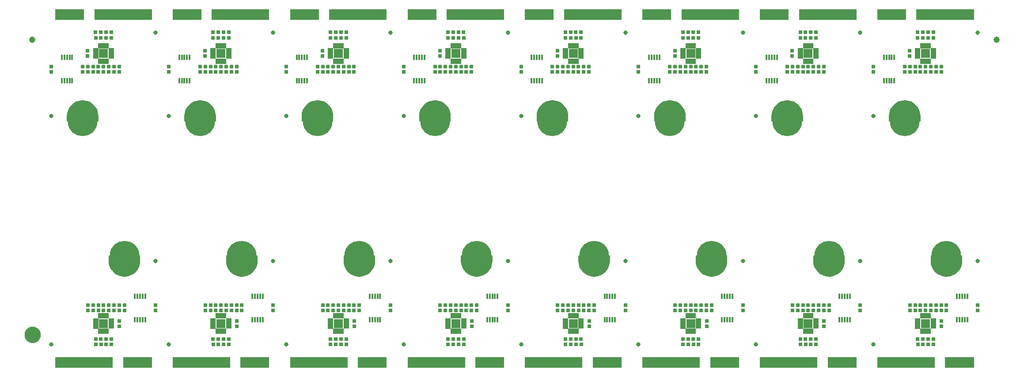
<source format=gbs>
G04 EAGLE Gerber RS-274X export*
G75*
%MOMM*%
%FSLAX34Y34*%
%LPD*%
%INSoldermask Bottom*%
%IPPOS*%
%AMOC8*
5,1,8,0,0,1.08239X$1,22.5*%
G01*
%ADD10R,0.803200X0.803200*%
%ADD11R,0.400000X1.100000*%
%ADD12C,0.838200*%
%ADD13R,0.553200X2.153200*%
%ADD14R,0.453200X0.453200*%
%ADD15C,5.703200*%
%ADD16R,0.493200X1.103200*%
%ADD17R,1.103200X0.493200*%
%ADD18R,1.803200X1.803200*%
%ADD19C,1.203200*%
%ADD20C,1.270000*%
%ADD21C,1.703200*%

G36*
X1729849Y180057D02*
X1729849Y180057D01*
X1729858Y180060D01*
X1729884Y180062D01*
X1734067Y180972D01*
X1734075Y180976D01*
X1734101Y180982D01*
X1738112Y182478D01*
X1738119Y182483D01*
X1738144Y182492D01*
X1741901Y184544D01*
X1741908Y184551D01*
X1741931Y184563D01*
X1745357Y187128D01*
X1745363Y187136D01*
X1745384Y187151D01*
X1748411Y190178D01*
X1748415Y190186D01*
X1748434Y190205D01*
X1750999Y193631D01*
X1751003Y193640D01*
X1751018Y193661D01*
X1753070Y197418D01*
X1753072Y197428D01*
X1753085Y197450D01*
X1754580Y201461D01*
X1754581Y201471D01*
X1754590Y201495D01*
X1755500Y205678D01*
X1755500Y205687D01*
X1755505Y205713D01*
X1755811Y209982D01*
X1755809Y209988D01*
X1755811Y210000D01*
X1755811Y220000D01*
X1755806Y220016D01*
X1755809Y220033D01*
X1755787Y220083D01*
X1755772Y220134D01*
X1755759Y220145D01*
X1755752Y220161D01*
X1755707Y220191D01*
X1755667Y220226D01*
X1755650Y220229D01*
X1755636Y220238D01*
X1755562Y220249D01*
X1743062Y220249D01*
X1743055Y220247D01*
X1743048Y220249D01*
X1742989Y220228D01*
X1742928Y220210D01*
X1742923Y220205D01*
X1742916Y220202D01*
X1742878Y220152D01*
X1742836Y220105D01*
X1742835Y220098D01*
X1742830Y220092D01*
X1742814Y220020D01*
X1742600Y217302D01*
X1741968Y214669D01*
X1740932Y212169D01*
X1739518Y209861D01*
X1737760Y207802D01*
X1735701Y206044D01*
X1733393Y204630D01*
X1730893Y203594D01*
X1728260Y202962D01*
X1725562Y202750D01*
X1722864Y202962D01*
X1720231Y203594D01*
X1717731Y204630D01*
X1715423Y206044D01*
X1713364Y207802D01*
X1713343Y207828D01*
X1713130Y208077D01*
X1712917Y208326D01*
X1712704Y208576D01*
X1712491Y208825D01*
X1712278Y209074D01*
X1711853Y209573D01*
X1711852Y209573D01*
X1711640Y209822D01*
X1711606Y209861D01*
X1710192Y212169D01*
X1709156Y214669D01*
X1708524Y217302D01*
X1708310Y220020D01*
X1708308Y220026D01*
X1708309Y220033D01*
X1708283Y220091D01*
X1708261Y220150D01*
X1708255Y220155D01*
X1708252Y220161D01*
X1708199Y220196D01*
X1708149Y220234D01*
X1708142Y220234D01*
X1708136Y220238D01*
X1708062Y220249D01*
X1695562Y220249D01*
X1695546Y220244D01*
X1695529Y220247D01*
X1695479Y220225D01*
X1695428Y220210D01*
X1695417Y220197D01*
X1695401Y220190D01*
X1695371Y220145D01*
X1695336Y220105D01*
X1695333Y220088D01*
X1695324Y220074D01*
X1695313Y220000D01*
X1695313Y210000D01*
X1695314Y209995D01*
X1695313Y209982D01*
X1695619Y205713D01*
X1695622Y205704D01*
X1695624Y205678D01*
X1696534Y201495D01*
X1696538Y201487D01*
X1696544Y201461D01*
X1698040Y197450D01*
X1698045Y197443D01*
X1698054Y197418D01*
X1700106Y193661D01*
X1700113Y193654D01*
X1700125Y193631D01*
X1702690Y190205D01*
X1702698Y190199D01*
X1702713Y190178D01*
X1705740Y187151D01*
X1705748Y187147D01*
X1705767Y187128D01*
X1709193Y184563D01*
X1709202Y184559D01*
X1709223Y184544D01*
X1712980Y182492D01*
X1712990Y182490D01*
X1713012Y182478D01*
X1717023Y180982D01*
X1717033Y180981D01*
X1717057Y180972D01*
X1721240Y180062D01*
X1721249Y180062D01*
X1721275Y180057D01*
X1725544Y179751D01*
X1725554Y179753D01*
X1725580Y179751D01*
X1729849Y180057D01*
G37*
G36*
X1054616Y180057D02*
X1054616Y180057D01*
X1054625Y180060D01*
X1054651Y180062D01*
X1058833Y180972D01*
X1058842Y180976D01*
X1058867Y180982D01*
X1062878Y182478D01*
X1062886Y182483D01*
X1062910Y182492D01*
X1066667Y184544D01*
X1066674Y184551D01*
X1066697Y184563D01*
X1070124Y187128D01*
X1070129Y187136D01*
X1070150Y187151D01*
X1073177Y190178D01*
X1073182Y190186D01*
X1073200Y190205D01*
X1075766Y193631D01*
X1075769Y193640D01*
X1075785Y193661D01*
X1077836Y197418D01*
X1077838Y197428D01*
X1077851Y197450D01*
X1079347Y201461D01*
X1079347Y201471D01*
X1079357Y201495D01*
X1080267Y205678D01*
X1080266Y205687D01*
X1080272Y205713D01*
X1080577Y209982D01*
X1080576Y209988D01*
X1080578Y210000D01*
X1080578Y220000D01*
X1080573Y220016D01*
X1080575Y220033D01*
X1080554Y220083D01*
X1080538Y220134D01*
X1080526Y220145D01*
X1080519Y220161D01*
X1080474Y220191D01*
X1080433Y220226D01*
X1080416Y220229D01*
X1080402Y220238D01*
X1080328Y220249D01*
X1067828Y220249D01*
X1067821Y220247D01*
X1067814Y220249D01*
X1067755Y220228D01*
X1067694Y220210D01*
X1067689Y220205D01*
X1067683Y220202D01*
X1067644Y220152D01*
X1067602Y220105D01*
X1067601Y220098D01*
X1067597Y220092D01*
X1067580Y220020D01*
X1067366Y217302D01*
X1066734Y214669D01*
X1065698Y212169D01*
X1064284Y209861D01*
X1062526Y207802D01*
X1060468Y206044D01*
X1058160Y204630D01*
X1055659Y203594D01*
X1053027Y202962D01*
X1050328Y202750D01*
X1047630Y202962D01*
X1044998Y203594D01*
X1042497Y204630D01*
X1040189Y206044D01*
X1038131Y207802D01*
X1038109Y207828D01*
X1037896Y208077D01*
X1037683Y208326D01*
X1037470Y208576D01*
X1037258Y208825D01*
X1037045Y209074D01*
X1036619Y209573D01*
X1036406Y209822D01*
X1036373Y209861D01*
X1034959Y212169D01*
X1033923Y214669D01*
X1033291Y217302D01*
X1033077Y220020D01*
X1033074Y220026D01*
X1033075Y220033D01*
X1033050Y220091D01*
X1033027Y220150D01*
X1033022Y220155D01*
X1033019Y220161D01*
X1032966Y220196D01*
X1032915Y220234D01*
X1032908Y220234D01*
X1032902Y220238D01*
X1032828Y220249D01*
X1020328Y220249D01*
X1020312Y220244D01*
X1020295Y220247D01*
X1020246Y220225D01*
X1020194Y220210D01*
X1020183Y220197D01*
X1020167Y220190D01*
X1020138Y220145D01*
X1020102Y220105D01*
X1020100Y220088D01*
X1020090Y220074D01*
X1020079Y220000D01*
X1020079Y210000D01*
X1020081Y209995D01*
X1020080Y209982D01*
X1020385Y205713D01*
X1020389Y205704D01*
X1020390Y205678D01*
X1021300Y201495D01*
X1021305Y201487D01*
X1021310Y201461D01*
X1022806Y197450D01*
X1022812Y197443D01*
X1022821Y197418D01*
X1024872Y193661D01*
X1024879Y193654D01*
X1024891Y193631D01*
X1027456Y190205D01*
X1027464Y190199D01*
X1027480Y190178D01*
X1030506Y187151D01*
X1030515Y187147D01*
X1030533Y187128D01*
X1033960Y184563D01*
X1033969Y184559D01*
X1033990Y184544D01*
X1037747Y182492D01*
X1037756Y182490D01*
X1037779Y182478D01*
X1041789Y180982D01*
X1041799Y180981D01*
X1041823Y180972D01*
X1046006Y180062D01*
X1046016Y180062D01*
X1046041Y180057D01*
X1050311Y179751D01*
X1050320Y179753D01*
X1050346Y179751D01*
X1054616Y180057D01*
G37*
G36*
X829521Y180057D02*
X829521Y180057D01*
X829530Y180060D01*
X829556Y180062D01*
X833739Y180972D01*
X833747Y180976D01*
X833773Y180982D01*
X837783Y182478D01*
X837791Y182483D01*
X837816Y182492D01*
X841572Y184544D01*
X841579Y184551D01*
X841602Y184563D01*
X845029Y187128D01*
X845035Y187136D01*
X845056Y187151D01*
X848082Y190178D01*
X848087Y190186D01*
X848106Y190205D01*
X850671Y193631D01*
X850674Y193640D01*
X850690Y193661D01*
X852741Y197418D01*
X852743Y197428D01*
X852756Y197450D01*
X854252Y201461D01*
X854253Y201471D01*
X854262Y201495D01*
X855172Y205678D01*
X855171Y205687D01*
X855177Y205713D01*
X855482Y209982D01*
X855481Y209988D01*
X855483Y210000D01*
X855483Y220000D01*
X855478Y220016D01*
X855481Y220033D01*
X855459Y220083D01*
X855444Y220134D01*
X855431Y220145D01*
X855424Y220161D01*
X855379Y220191D01*
X855338Y220226D01*
X855321Y220229D01*
X855307Y220238D01*
X855234Y220249D01*
X842734Y220249D01*
X842727Y220247D01*
X842720Y220249D01*
X842660Y220228D01*
X842599Y220210D01*
X842595Y220205D01*
X842588Y220202D01*
X842549Y220152D01*
X842507Y220105D01*
X842506Y220098D01*
X842502Y220092D01*
X842485Y220020D01*
X842271Y217302D01*
X841639Y214669D01*
X840603Y212169D01*
X839189Y209861D01*
X837431Y207802D01*
X835373Y206044D01*
X833065Y204630D01*
X830564Y203594D01*
X827932Y202962D01*
X825234Y202750D01*
X822535Y202962D01*
X819903Y203594D01*
X817402Y204630D01*
X815094Y206044D01*
X813036Y207802D01*
X813014Y207828D01*
X812801Y208077D01*
X812589Y208326D01*
X812588Y208326D01*
X812376Y208576D01*
X812163Y208825D01*
X811950Y209074D01*
X811524Y209573D01*
X811311Y209822D01*
X811278Y209861D01*
X809864Y212169D01*
X808828Y214669D01*
X808196Y217302D01*
X807982Y220020D01*
X807980Y220026D01*
X807981Y220033D01*
X807955Y220091D01*
X807932Y220150D01*
X807927Y220155D01*
X807924Y220161D01*
X807871Y220196D01*
X807820Y220234D01*
X807813Y220234D01*
X807807Y220238D01*
X807734Y220249D01*
X795234Y220249D01*
X795217Y220244D01*
X795200Y220247D01*
X795151Y220225D01*
X795099Y220210D01*
X795088Y220197D01*
X795072Y220190D01*
X795043Y220145D01*
X795007Y220105D01*
X795005Y220088D01*
X794995Y220074D01*
X794984Y220000D01*
X794984Y210000D01*
X794986Y209995D01*
X794985Y209982D01*
X795290Y205713D01*
X795294Y205704D01*
X795295Y205678D01*
X796205Y201495D01*
X796210Y201487D01*
X796215Y201461D01*
X797711Y197450D01*
X797717Y197443D01*
X797726Y197418D01*
X799777Y193661D01*
X799784Y193654D01*
X799796Y193631D01*
X802362Y190205D01*
X802369Y190199D01*
X802385Y190178D01*
X805412Y187151D01*
X805420Y187147D01*
X805438Y187128D01*
X808865Y184563D01*
X808874Y184559D01*
X808895Y184544D01*
X812652Y182492D01*
X812661Y182490D01*
X812684Y182478D01*
X816695Y180982D01*
X816704Y180981D01*
X816729Y180972D01*
X820911Y180062D01*
X820921Y180062D01*
X820946Y180057D01*
X825216Y179751D01*
X825225Y179753D01*
X825251Y179751D01*
X829521Y180057D01*
G37*
G36*
X1279685Y180057D02*
X1279685Y180057D01*
X1279694Y180060D01*
X1279720Y180062D01*
X1283903Y180972D01*
X1283911Y180976D01*
X1283937Y180982D01*
X1287947Y182478D01*
X1287955Y182483D01*
X1287980Y182492D01*
X1291737Y184544D01*
X1291743Y184551D01*
X1291766Y184563D01*
X1295193Y187128D01*
X1295199Y187136D01*
X1295220Y187151D01*
X1298247Y190178D01*
X1298251Y190186D01*
X1298270Y190205D01*
X1300835Y193631D01*
X1300838Y193640D01*
X1300854Y193661D01*
X1302906Y197418D01*
X1302908Y197428D01*
X1302920Y197450D01*
X1304416Y201461D01*
X1304417Y201471D01*
X1304426Y201495D01*
X1305336Y205678D01*
X1305335Y205687D01*
X1305341Y205713D01*
X1305646Y209982D01*
X1305645Y209988D01*
X1305647Y210000D01*
X1305647Y220000D01*
X1305642Y220016D01*
X1305645Y220033D01*
X1305623Y220083D01*
X1305608Y220134D01*
X1305595Y220145D01*
X1305588Y220161D01*
X1305543Y220191D01*
X1305503Y220226D01*
X1305486Y220229D01*
X1305471Y220238D01*
X1305398Y220249D01*
X1292898Y220249D01*
X1292891Y220247D01*
X1292884Y220249D01*
X1292825Y220228D01*
X1292764Y220210D01*
X1292759Y220205D01*
X1292752Y220202D01*
X1292713Y220152D01*
X1292672Y220105D01*
X1292671Y220098D01*
X1292666Y220092D01*
X1292649Y220020D01*
X1292435Y217302D01*
X1291804Y214669D01*
X1290768Y212169D01*
X1289353Y209861D01*
X1287595Y207802D01*
X1285537Y206044D01*
X1283229Y204630D01*
X1280728Y203594D01*
X1278096Y202962D01*
X1275398Y202750D01*
X1272699Y202962D01*
X1270067Y203594D01*
X1267566Y204630D01*
X1265259Y206044D01*
X1263200Y207802D01*
X1263179Y207828D01*
X1263178Y207828D01*
X1262966Y208077D01*
X1262753Y208326D01*
X1262540Y208576D01*
X1262327Y208825D01*
X1262114Y209074D01*
X1261688Y209573D01*
X1261475Y209822D01*
X1261442Y209861D01*
X1260028Y212169D01*
X1258992Y214669D01*
X1258360Y217302D01*
X1258146Y220020D01*
X1258144Y220026D01*
X1258145Y220033D01*
X1258119Y220091D01*
X1258097Y220150D01*
X1258091Y220155D01*
X1258088Y220161D01*
X1258035Y220196D01*
X1257985Y220234D01*
X1257977Y220234D01*
X1257971Y220238D01*
X1257898Y220249D01*
X1245398Y220249D01*
X1245381Y220244D01*
X1245364Y220247D01*
X1245315Y220225D01*
X1245264Y220210D01*
X1245252Y220197D01*
X1245237Y220190D01*
X1245207Y220145D01*
X1245172Y220105D01*
X1245169Y220088D01*
X1245160Y220074D01*
X1245149Y220000D01*
X1245149Y210000D01*
X1245150Y209995D01*
X1245149Y209982D01*
X1245455Y205713D01*
X1245458Y205704D01*
X1245460Y205678D01*
X1246369Y201495D01*
X1246374Y201487D01*
X1246380Y201461D01*
X1247875Y197450D01*
X1247881Y197443D01*
X1247890Y197418D01*
X1249941Y193661D01*
X1249948Y193654D01*
X1249961Y193631D01*
X1252526Y190205D01*
X1252534Y190199D01*
X1252549Y190178D01*
X1255576Y187151D01*
X1255584Y187147D01*
X1255603Y187128D01*
X1259029Y184563D01*
X1259038Y184559D01*
X1259059Y184544D01*
X1262816Y182492D01*
X1262825Y182490D01*
X1262848Y182478D01*
X1266859Y180982D01*
X1266868Y180981D01*
X1266893Y180972D01*
X1271075Y180062D01*
X1271085Y180062D01*
X1271111Y180057D01*
X1275380Y179751D01*
X1275390Y179753D01*
X1275416Y179751D01*
X1279685Y180057D01*
G37*
G36*
X1504780Y180057D02*
X1504780Y180057D01*
X1504789Y180060D01*
X1504815Y180062D01*
X1508998Y180972D01*
X1509006Y180976D01*
X1509032Y180982D01*
X1513042Y182478D01*
X1513050Y182483D01*
X1513075Y182492D01*
X1516831Y184544D01*
X1516838Y184551D01*
X1516861Y184563D01*
X1520288Y187128D01*
X1520294Y187136D01*
X1520315Y187151D01*
X1523341Y190178D01*
X1523346Y190186D01*
X1523365Y190205D01*
X1525930Y193631D01*
X1525933Y193640D01*
X1525949Y193661D01*
X1528000Y197418D01*
X1528002Y197428D01*
X1528015Y197450D01*
X1529511Y201461D01*
X1529512Y201471D01*
X1529521Y201495D01*
X1530431Y205678D01*
X1530430Y205687D01*
X1530436Y205713D01*
X1530741Y209982D01*
X1530740Y209988D01*
X1530742Y210000D01*
X1530742Y220000D01*
X1530737Y220016D01*
X1530740Y220033D01*
X1530718Y220083D01*
X1530703Y220134D01*
X1530690Y220145D01*
X1530683Y220161D01*
X1530638Y220191D01*
X1530597Y220226D01*
X1530580Y220229D01*
X1530566Y220238D01*
X1530493Y220249D01*
X1517993Y220249D01*
X1517986Y220247D01*
X1517979Y220249D01*
X1517919Y220228D01*
X1517858Y220210D01*
X1517854Y220205D01*
X1517847Y220202D01*
X1517808Y220152D01*
X1517766Y220105D01*
X1517765Y220098D01*
X1517761Y220092D01*
X1517744Y220020D01*
X1517530Y217302D01*
X1516898Y214669D01*
X1515862Y212169D01*
X1514448Y209861D01*
X1512690Y207802D01*
X1510632Y206044D01*
X1508324Y204630D01*
X1505823Y203594D01*
X1503191Y202962D01*
X1500493Y202750D01*
X1497794Y202962D01*
X1495162Y203594D01*
X1492661Y204630D01*
X1490353Y206044D01*
X1488295Y207802D01*
X1488273Y207828D01*
X1488060Y208077D01*
X1487848Y208326D01*
X1487847Y208326D01*
X1487635Y208576D01*
X1487422Y208825D01*
X1487209Y209074D01*
X1486783Y209573D01*
X1486570Y209822D01*
X1486537Y209861D01*
X1485123Y212169D01*
X1484087Y214669D01*
X1483455Y217302D01*
X1483241Y220020D01*
X1483239Y220026D01*
X1483240Y220033D01*
X1483214Y220091D01*
X1483191Y220150D01*
X1483186Y220155D01*
X1483183Y220161D01*
X1483130Y220196D01*
X1483079Y220234D01*
X1483072Y220234D01*
X1483066Y220238D01*
X1482993Y220249D01*
X1470493Y220249D01*
X1470476Y220244D01*
X1470459Y220247D01*
X1470410Y220225D01*
X1470358Y220210D01*
X1470347Y220197D01*
X1470331Y220190D01*
X1470302Y220145D01*
X1470266Y220105D01*
X1470264Y220088D01*
X1470254Y220074D01*
X1470243Y220000D01*
X1470243Y210000D01*
X1470245Y209995D01*
X1470244Y209982D01*
X1470549Y205713D01*
X1470553Y205704D01*
X1470554Y205678D01*
X1471464Y201495D01*
X1471469Y201487D01*
X1471474Y201461D01*
X1472970Y197450D01*
X1472976Y197443D01*
X1472985Y197418D01*
X1475036Y193661D01*
X1475043Y193654D01*
X1475055Y193631D01*
X1477621Y190205D01*
X1477628Y190199D01*
X1477644Y190178D01*
X1480671Y187151D01*
X1480679Y187147D01*
X1480697Y187128D01*
X1484124Y184563D01*
X1484133Y184559D01*
X1484154Y184544D01*
X1487911Y182492D01*
X1487920Y182490D01*
X1487943Y182478D01*
X1491954Y180982D01*
X1491963Y180981D01*
X1491988Y180972D01*
X1496170Y180062D01*
X1496180Y180062D01*
X1496205Y180057D01*
X1500475Y179751D01*
X1500484Y179753D01*
X1500510Y179751D01*
X1504780Y180057D01*
G37*
G36*
X604451Y180057D02*
X604451Y180057D01*
X604461Y180060D01*
X604487Y180062D01*
X608669Y180972D01*
X608678Y180976D01*
X608703Y180982D01*
X612714Y182478D01*
X612721Y182483D01*
X612746Y182492D01*
X616503Y184544D01*
X616510Y184551D01*
X616533Y184563D01*
X619959Y187128D01*
X619965Y187136D01*
X619986Y187151D01*
X623013Y190178D01*
X623018Y190186D01*
X623036Y190205D01*
X625601Y193631D01*
X625605Y193640D01*
X625621Y193661D01*
X627672Y197418D01*
X627674Y197428D01*
X627687Y197450D01*
X629183Y201461D01*
X629183Y201471D01*
X629193Y201495D01*
X630102Y205678D01*
X630102Y205687D01*
X630107Y205713D01*
X630413Y209982D01*
X630412Y209988D01*
X630413Y210000D01*
X630413Y220000D01*
X630409Y220016D01*
X630411Y220033D01*
X630389Y220083D01*
X630374Y220134D01*
X630361Y220145D01*
X630354Y220161D01*
X630309Y220191D01*
X630269Y220226D01*
X630252Y220229D01*
X630238Y220238D01*
X630164Y220249D01*
X617664Y220249D01*
X617657Y220247D01*
X617650Y220249D01*
X617591Y220228D01*
X617530Y220210D01*
X617525Y220205D01*
X617518Y220202D01*
X617480Y220152D01*
X617438Y220105D01*
X617437Y220098D01*
X617433Y220092D01*
X617416Y220020D01*
X617202Y217302D01*
X616570Y214669D01*
X615534Y212169D01*
X614120Y209861D01*
X612362Y207802D01*
X610304Y206044D01*
X607996Y204630D01*
X605495Y203594D01*
X602863Y202962D01*
X600164Y202750D01*
X597466Y202962D01*
X594834Y203594D01*
X592333Y204630D01*
X590025Y206044D01*
X587967Y207802D01*
X587945Y207828D01*
X587732Y208077D01*
X587519Y208326D01*
X587306Y208576D01*
X587093Y208825D01*
X586881Y209074D01*
X586880Y209074D01*
X586455Y209573D01*
X586242Y209822D01*
X586209Y209861D01*
X584794Y212169D01*
X583759Y214669D01*
X583127Y217302D01*
X582913Y220020D01*
X582910Y220026D01*
X582911Y220033D01*
X582885Y220091D01*
X582863Y220150D01*
X582857Y220155D01*
X582854Y220161D01*
X582802Y220196D01*
X582751Y220234D01*
X582744Y220234D01*
X582738Y220238D01*
X582664Y220249D01*
X570164Y220249D01*
X570148Y220244D01*
X570131Y220247D01*
X570082Y220225D01*
X570030Y220210D01*
X570019Y220197D01*
X570003Y220190D01*
X569973Y220145D01*
X569938Y220105D01*
X569935Y220088D01*
X569926Y220074D01*
X569915Y220000D01*
X569915Y210000D01*
X569917Y209995D01*
X569916Y209982D01*
X570221Y205713D01*
X570224Y205704D01*
X570226Y205678D01*
X571136Y201495D01*
X571141Y201487D01*
X571146Y201461D01*
X572642Y197450D01*
X572647Y197443D01*
X572656Y197418D01*
X574708Y193661D01*
X574715Y193654D01*
X574727Y193631D01*
X577292Y190205D01*
X577300Y190199D01*
X577315Y190178D01*
X580342Y187151D01*
X580351Y187147D01*
X580369Y187128D01*
X583796Y184563D01*
X583805Y184559D01*
X583826Y184544D01*
X587582Y182492D01*
X587592Y182490D01*
X587615Y182478D01*
X591625Y180982D01*
X591635Y180981D01*
X591659Y180972D01*
X595842Y180062D01*
X595851Y180062D01*
X595877Y180057D01*
X600146Y179751D01*
X600156Y179753D01*
X600182Y179751D01*
X604451Y180057D01*
G37*
G36*
X379357Y180057D02*
X379357Y180057D01*
X379366Y180060D01*
X379392Y180062D01*
X383574Y180972D01*
X383583Y180976D01*
X383608Y180982D01*
X387619Y182478D01*
X387627Y182483D01*
X387651Y182492D01*
X391408Y184544D01*
X391415Y184551D01*
X391438Y184563D01*
X394865Y187128D01*
X394870Y187136D01*
X394891Y187151D01*
X397918Y190178D01*
X397923Y190186D01*
X397941Y190205D01*
X400507Y193631D01*
X400510Y193640D01*
X400526Y193661D01*
X402577Y197418D01*
X402579Y197428D01*
X402592Y197450D01*
X404088Y201461D01*
X404088Y201471D01*
X404098Y201495D01*
X405008Y205678D01*
X405007Y205687D01*
X405013Y205713D01*
X405318Y209982D01*
X405317Y209988D01*
X405319Y210000D01*
X405319Y220000D01*
X405314Y220016D01*
X405316Y220033D01*
X405295Y220083D01*
X405279Y220134D01*
X405267Y220145D01*
X405260Y220161D01*
X405215Y220191D01*
X405174Y220226D01*
X405157Y220229D01*
X405143Y220238D01*
X405069Y220249D01*
X392569Y220249D01*
X392562Y220247D01*
X392555Y220249D01*
X392496Y220228D01*
X392435Y220210D01*
X392430Y220205D01*
X392424Y220202D01*
X392385Y220152D01*
X392343Y220105D01*
X392342Y220098D01*
X392338Y220092D01*
X392321Y220020D01*
X392107Y217302D01*
X391475Y214669D01*
X390439Y212169D01*
X389025Y209861D01*
X387267Y207802D01*
X385209Y206044D01*
X382901Y204630D01*
X380400Y203594D01*
X377768Y202962D01*
X375069Y202750D01*
X372371Y202962D01*
X369739Y203594D01*
X367238Y204630D01*
X364930Y206044D01*
X362872Y207802D01*
X362850Y207828D01*
X362637Y208077D01*
X362424Y208326D01*
X362211Y208576D01*
X361999Y208825D01*
X361786Y209074D01*
X361360Y209573D01*
X361147Y209822D01*
X361114Y209861D01*
X359700Y212169D01*
X358664Y214669D01*
X358032Y217302D01*
X357818Y220020D01*
X357815Y220026D01*
X357816Y220033D01*
X357791Y220091D01*
X357768Y220150D01*
X357763Y220155D01*
X357760Y220161D01*
X357707Y220196D01*
X357656Y220234D01*
X357649Y220234D01*
X357643Y220238D01*
X357569Y220249D01*
X345069Y220249D01*
X345053Y220244D01*
X345036Y220247D01*
X344987Y220225D01*
X344935Y220210D01*
X344924Y220197D01*
X344908Y220190D01*
X344879Y220145D01*
X344843Y220105D01*
X344841Y220088D01*
X344831Y220074D01*
X344820Y220000D01*
X344820Y210000D01*
X344822Y209995D01*
X344821Y209982D01*
X345126Y205713D01*
X345130Y205704D01*
X345131Y205678D01*
X346041Y201495D01*
X346046Y201487D01*
X346051Y201461D01*
X347547Y197450D01*
X347553Y197443D01*
X347562Y197418D01*
X349613Y193661D01*
X349620Y193654D01*
X349632Y193631D01*
X352197Y190205D01*
X352205Y190199D01*
X352221Y190178D01*
X355247Y187151D01*
X355256Y187147D01*
X355274Y187128D01*
X358701Y184563D01*
X358710Y184559D01*
X358731Y184544D01*
X362488Y182492D01*
X362497Y182490D01*
X362520Y182478D01*
X366530Y180982D01*
X366540Y180981D01*
X366564Y180972D01*
X370747Y180062D01*
X370757Y180062D01*
X370782Y180057D01*
X375052Y179751D01*
X375061Y179753D01*
X375087Y179751D01*
X379357Y180057D01*
G37*
G36*
X154287Y180057D02*
X154287Y180057D01*
X154296Y180060D01*
X154322Y180062D01*
X158505Y180972D01*
X158513Y180976D01*
X158539Y180982D01*
X162550Y182478D01*
X162557Y182483D01*
X162582Y182492D01*
X166339Y184544D01*
X166346Y184551D01*
X166369Y184563D01*
X169795Y187128D01*
X169801Y187136D01*
X169822Y187151D01*
X172849Y190178D01*
X172853Y190186D01*
X172872Y190205D01*
X175437Y193631D01*
X175441Y193640D01*
X175456Y193661D01*
X177508Y197418D01*
X177510Y197428D01*
X177523Y197450D01*
X179018Y201461D01*
X179019Y201471D01*
X179028Y201495D01*
X179938Y205678D01*
X179938Y205687D01*
X179943Y205713D01*
X180249Y209982D01*
X180247Y209988D01*
X180249Y210000D01*
X180249Y220000D01*
X180244Y220016D01*
X180247Y220033D01*
X180225Y220083D01*
X180210Y220134D01*
X180197Y220145D01*
X180190Y220161D01*
X180145Y220191D01*
X180105Y220226D01*
X180088Y220229D01*
X180074Y220238D01*
X180000Y220249D01*
X167500Y220249D01*
X167493Y220247D01*
X167486Y220249D01*
X167427Y220228D01*
X167366Y220210D01*
X167361Y220205D01*
X167354Y220202D01*
X167316Y220152D01*
X167274Y220105D01*
X167273Y220098D01*
X167268Y220092D01*
X167252Y220020D01*
X167038Y217302D01*
X166406Y214669D01*
X165370Y212169D01*
X163956Y209861D01*
X162198Y207802D01*
X160139Y206044D01*
X157831Y204630D01*
X155331Y203594D01*
X152698Y202962D01*
X150000Y202750D01*
X147302Y202962D01*
X144669Y203594D01*
X142169Y204630D01*
X139861Y206044D01*
X137802Y207802D01*
X137781Y207828D01*
X137568Y208077D01*
X137355Y208326D01*
X137142Y208576D01*
X136929Y208825D01*
X136716Y209074D01*
X136291Y209573D01*
X136290Y209573D01*
X136078Y209822D01*
X136044Y209861D01*
X134630Y212169D01*
X133594Y214669D01*
X132962Y217302D01*
X132748Y220020D01*
X132746Y220026D01*
X132747Y220033D01*
X132721Y220091D01*
X132699Y220150D01*
X132693Y220155D01*
X132690Y220161D01*
X132637Y220196D01*
X132587Y220234D01*
X132580Y220234D01*
X132574Y220238D01*
X132500Y220249D01*
X120000Y220249D01*
X119984Y220244D01*
X119967Y220247D01*
X119917Y220225D01*
X119866Y220210D01*
X119855Y220197D01*
X119839Y220190D01*
X119809Y220145D01*
X119774Y220105D01*
X119771Y220088D01*
X119762Y220074D01*
X119751Y220000D01*
X119751Y210000D01*
X119752Y209995D01*
X119751Y209982D01*
X120057Y205713D01*
X120060Y205704D01*
X120062Y205678D01*
X120972Y201495D01*
X120976Y201487D01*
X120982Y201461D01*
X122478Y197450D01*
X122483Y197443D01*
X122492Y197418D01*
X124544Y193661D01*
X124551Y193654D01*
X124563Y193631D01*
X127128Y190205D01*
X127136Y190199D01*
X127151Y190178D01*
X130178Y187151D01*
X130186Y187147D01*
X130205Y187128D01*
X133631Y184563D01*
X133640Y184559D01*
X133661Y184544D01*
X137418Y182492D01*
X137428Y182490D01*
X137450Y182478D01*
X141461Y180982D01*
X141471Y180981D01*
X141495Y180972D01*
X145678Y180062D01*
X145687Y180062D01*
X145713Y180057D01*
X149982Y179751D01*
X149992Y179753D01*
X150018Y179751D01*
X154287Y180057D01*
G37*
G36*
X52496Y478253D02*
X52496Y478253D01*
X52503Y478251D01*
X52563Y478272D01*
X52624Y478290D01*
X52628Y478295D01*
X52635Y478298D01*
X52674Y478348D01*
X52716Y478395D01*
X52717Y478402D01*
X52721Y478408D01*
X52738Y478480D01*
X52952Y481198D01*
X53584Y483831D01*
X54620Y486331D01*
X56034Y488639D01*
X57792Y490698D01*
X59850Y492456D01*
X62158Y493870D01*
X64659Y494906D01*
X67291Y495538D01*
X69989Y495750D01*
X72688Y495538D01*
X75320Y494906D01*
X77821Y493870D01*
X80129Y492456D01*
X82187Y490698D01*
X82311Y490552D01*
X82524Y490303D01*
X82950Y489804D01*
X83163Y489555D01*
X83376Y489306D01*
X83588Y489057D01*
X83589Y489057D01*
X83801Y488807D01*
X83945Y488639D01*
X85359Y486331D01*
X86395Y483831D01*
X87027Y481198D01*
X87241Y478480D01*
X87244Y478474D01*
X87242Y478467D01*
X87268Y478409D01*
X87291Y478350D01*
X87296Y478345D01*
X87299Y478339D01*
X87352Y478304D01*
X87403Y478266D01*
X87410Y478266D01*
X87416Y478262D01*
X87489Y478251D01*
X99989Y478251D01*
X100006Y478256D01*
X100023Y478253D01*
X100072Y478275D01*
X100124Y478290D01*
X100135Y478303D01*
X100151Y478310D01*
X100180Y478355D01*
X100216Y478395D01*
X100218Y478412D01*
X100228Y478427D01*
X100239Y478500D01*
X100239Y488500D01*
X100237Y488505D01*
X100238Y488518D01*
X99933Y492787D01*
X99929Y492796D01*
X99928Y492822D01*
X99018Y497005D01*
X99013Y497013D01*
X99008Y497039D01*
X97512Y501050D01*
X97506Y501057D01*
X97497Y501082D01*
X95446Y504839D01*
X95439Y504846D01*
X95427Y504869D01*
X92861Y508295D01*
X92854Y508301D01*
X92838Y508322D01*
X89811Y511349D01*
X89803Y511353D01*
X89785Y511372D01*
X86358Y513937D01*
X86349Y513941D01*
X86328Y513956D01*
X82571Y516008D01*
X82562Y516010D01*
X82539Y516023D01*
X78528Y517518D01*
X78519Y517519D01*
X78494Y517528D01*
X74312Y518438D01*
X74302Y518438D01*
X74277Y518443D01*
X70007Y518749D01*
X69998Y518747D01*
X69972Y518749D01*
X65702Y518443D01*
X65693Y518440D01*
X65667Y518438D01*
X61484Y517528D01*
X61476Y517524D01*
X61450Y517518D01*
X57440Y516023D01*
X57432Y516017D01*
X57408Y516008D01*
X53651Y513956D01*
X53644Y513950D01*
X53621Y513937D01*
X50194Y511372D01*
X50188Y511364D01*
X50167Y511349D01*
X47141Y508322D01*
X47136Y508314D01*
X47117Y508295D01*
X44552Y504869D01*
X44549Y504860D01*
X44533Y504839D01*
X42482Y501082D01*
X42480Y501072D01*
X42467Y501050D01*
X40971Y497039D01*
X40970Y497029D01*
X40961Y497005D01*
X40051Y492822D01*
X40052Y492813D01*
X40046Y492787D01*
X39741Y488518D01*
X39742Y488512D01*
X39740Y488500D01*
X39740Y478500D01*
X39745Y478484D01*
X39742Y478467D01*
X39764Y478417D01*
X39779Y478366D01*
X39792Y478355D01*
X39799Y478339D01*
X39844Y478309D01*
X39885Y478274D01*
X39902Y478271D01*
X39916Y478262D01*
X39989Y478251D01*
X52489Y478251D01*
X52496Y478253D01*
G37*
G36*
X952825Y478253D02*
X952825Y478253D01*
X952832Y478251D01*
X952891Y478272D01*
X952952Y478290D01*
X952957Y478295D01*
X952964Y478298D01*
X953002Y478348D01*
X953044Y478395D01*
X953045Y478402D01*
X953049Y478408D01*
X953066Y478480D01*
X953280Y481198D01*
X953912Y483831D01*
X954948Y486331D01*
X956362Y488639D01*
X958120Y490698D01*
X960179Y492456D01*
X962486Y493870D01*
X964987Y494906D01*
X967619Y495538D01*
X970318Y495750D01*
X973016Y495538D01*
X975648Y494906D01*
X978149Y493870D01*
X980457Y492456D01*
X982515Y490698D01*
X982640Y490552D01*
X982852Y490303D01*
X982853Y490303D01*
X983278Y489804D01*
X983491Y489555D01*
X983704Y489306D01*
X983917Y489057D01*
X984130Y488807D01*
X984273Y488639D01*
X985688Y486331D01*
X986724Y483831D01*
X987355Y481198D01*
X987569Y478480D01*
X987572Y478474D01*
X987571Y478467D01*
X987597Y478409D01*
X987619Y478350D01*
X987625Y478345D01*
X987628Y478339D01*
X987680Y478304D01*
X987731Y478266D01*
X987738Y478266D01*
X987744Y478262D01*
X987818Y478251D01*
X1000318Y478251D01*
X1000334Y478256D01*
X1000351Y478253D01*
X1000400Y478275D01*
X1000452Y478290D01*
X1000463Y478303D01*
X1000479Y478310D01*
X1000509Y478355D01*
X1000544Y478395D01*
X1000547Y478412D01*
X1000556Y478427D01*
X1000567Y478500D01*
X1000567Y488500D01*
X1000565Y488505D01*
X1000566Y488518D01*
X1000261Y492787D01*
X1000258Y492796D01*
X1000256Y492822D01*
X999346Y497005D01*
X999342Y497013D01*
X999336Y497039D01*
X997840Y501050D01*
X997835Y501057D01*
X997826Y501082D01*
X995774Y504839D01*
X995767Y504846D01*
X995755Y504869D01*
X993190Y508295D01*
X993182Y508301D01*
X993167Y508322D01*
X990140Y511349D01*
X990131Y511353D01*
X990113Y511372D01*
X986686Y513937D01*
X986677Y513941D01*
X986657Y513956D01*
X982900Y516008D01*
X982890Y516010D01*
X982867Y516023D01*
X978857Y517518D01*
X978847Y517519D01*
X978823Y517528D01*
X974640Y518438D01*
X974631Y518438D01*
X974605Y518443D01*
X970336Y518749D01*
X970326Y518747D01*
X970300Y518749D01*
X966031Y518443D01*
X966022Y518440D01*
X965995Y518438D01*
X961813Y517528D01*
X961804Y517524D01*
X961779Y517518D01*
X957768Y516023D01*
X957761Y516017D01*
X957736Y516008D01*
X953979Y513956D01*
X953972Y513950D01*
X953949Y513937D01*
X950523Y511372D01*
X950517Y511364D01*
X950496Y511349D01*
X947469Y508322D01*
X947464Y508314D01*
X947446Y508295D01*
X944881Y504869D01*
X944877Y504860D01*
X944861Y504839D01*
X942810Y501082D01*
X942808Y501072D01*
X942795Y501050D01*
X941300Y497039D01*
X941299Y497029D01*
X941289Y497005D01*
X940380Y492822D01*
X940380Y492813D01*
X940375Y492787D01*
X940069Y488518D01*
X940070Y488512D01*
X940069Y488500D01*
X940069Y478500D01*
X940073Y478484D01*
X940071Y478467D01*
X940093Y478417D01*
X940108Y478366D01*
X940121Y478355D01*
X940128Y478339D01*
X940173Y478309D01*
X940213Y478274D01*
X940230Y478271D01*
X940244Y478262D01*
X940318Y478251D01*
X952818Y478251D01*
X952825Y478253D01*
G37*
G36*
X1402989Y478253D02*
X1402989Y478253D01*
X1402996Y478251D01*
X1403055Y478272D01*
X1403116Y478290D01*
X1403121Y478295D01*
X1403128Y478298D01*
X1403167Y478348D01*
X1403208Y478395D01*
X1403209Y478402D01*
X1403214Y478408D01*
X1403230Y478480D01*
X1403444Y481198D01*
X1404076Y483831D01*
X1405112Y486331D01*
X1406526Y488639D01*
X1408284Y490698D01*
X1410343Y492456D01*
X1412651Y493870D01*
X1415151Y494906D01*
X1417784Y495538D01*
X1420482Y495750D01*
X1423180Y495538D01*
X1425813Y494906D01*
X1428313Y493870D01*
X1430621Y492456D01*
X1432680Y490698D01*
X1432804Y490552D01*
X1433017Y490303D01*
X1433442Y489804D01*
X1433443Y489804D01*
X1433655Y489555D01*
X1433868Y489306D01*
X1434081Y489057D01*
X1434294Y488807D01*
X1434438Y488639D01*
X1435852Y486331D01*
X1436888Y483831D01*
X1437520Y481198D01*
X1437734Y478480D01*
X1437736Y478474D01*
X1437735Y478467D01*
X1437761Y478409D01*
X1437783Y478350D01*
X1437789Y478345D01*
X1437792Y478339D01*
X1437845Y478304D01*
X1437895Y478266D01*
X1437903Y478266D01*
X1437909Y478262D01*
X1437982Y478251D01*
X1450482Y478251D01*
X1450498Y478256D01*
X1450515Y478253D01*
X1450565Y478275D01*
X1450616Y478290D01*
X1450627Y478303D01*
X1450643Y478310D01*
X1450673Y478355D01*
X1450708Y478395D01*
X1450711Y478412D01*
X1450720Y478427D01*
X1450731Y478500D01*
X1450731Y488500D01*
X1450730Y488505D01*
X1450731Y488518D01*
X1450425Y492787D01*
X1450422Y492796D01*
X1450420Y492822D01*
X1449510Y497005D01*
X1449506Y497013D01*
X1449500Y497039D01*
X1448005Y501050D01*
X1447999Y501057D01*
X1447990Y501082D01*
X1445938Y504839D01*
X1445932Y504846D01*
X1445919Y504869D01*
X1443354Y508295D01*
X1443346Y508301D01*
X1443331Y508322D01*
X1440304Y511349D01*
X1440296Y511353D01*
X1440277Y511372D01*
X1436851Y513937D01*
X1436842Y513941D01*
X1436821Y513956D01*
X1433064Y516008D01*
X1433054Y516010D01*
X1433032Y516023D01*
X1429021Y517518D01*
X1429011Y517519D01*
X1428987Y517528D01*
X1424804Y518438D01*
X1424795Y518438D01*
X1424769Y518443D01*
X1420500Y518749D01*
X1420490Y518747D01*
X1420464Y518749D01*
X1416195Y518443D01*
X1416186Y518440D01*
X1416160Y518438D01*
X1411977Y517528D01*
X1411969Y517524D01*
X1411943Y517518D01*
X1407932Y516023D01*
X1407925Y516017D01*
X1407900Y516008D01*
X1404143Y513956D01*
X1404136Y513950D01*
X1404113Y513937D01*
X1400687Y511372D01*
X1400681Y511364D01*
X1400660Y511349D01*
X1397633Y508322D01*
X1397629Y508314D01*
X1397610Y508295D01*
X1395045Y504869D01*
X1395041Y504860D01*
X1395026Y504839D01*
X1392974Y501082D01*
X1392972Y501072D01*
X1392960Y501050D01*
X1391464Y497039D01*
X1391463Y497029D01*
X1391454Y497005D01*
X1390544Y492822D01*
X1390544Y492813D01*
X1390539Y492787D01*
X1390233Y488518D01*
X1390235Y488512D01*
X1390233Y488500D01*
X1390233Y478500D01*
X1390238Y478484D01*
X1390235Y478467D01*
X1390257Y478417D01*
X1390272Y478366D01*
X1390285Y478355D01*
X1390292Y478339D01*
X1390337Y478309D01*
X1390377Y478274D01*
X1390394Y478271D01*
X1390409Y478262D01*
X1390482Y478251D01*
X1402982Y478251D01*
X1402989Y478253D01*
G37*
G36*
X502661Y478253D02*
X502661Y478253D01*
X502668Y478251D01*
X502727Y478272D01*
X502788Y478290D01*
X502793Y478295D01*
X502799Y478298D01*
X502838Y478348D01*
X502880Y478395D01*
X502881Y478402D01*
X502885Y478408D01*
X502902Y478480D01*
X503116Y481198D01*
X503748Y483831D01*
X504784Y486331D01*
X506198Y488639D01*
X507956Y490698D01*
X510014Y492456D01*
X512322Y493870D01*
X514823Y494906D01*
X517455Y495538D01*
X520154Y495750D01*
X522852Y495538D01*
X525484Y494906D01*
X527985Y493870D01*
X530293Y492456D01*
X532351Y490698D01*
X532475Y490552D01*
X532688Y490303D01*
X533114Y489804D01*
X533327Y489555D01*
X533540Y489306D01*
X533753Y489057D01*
X533966Y488807D01*
X534109Y488639D01*
X535523Y486331D01*
X536559Y483831D01*
X537191Y481198D01*
X537405Y478480D01*
X537408Y478474D01*
X537407Y478467D01*
X537432Y478409D01*
X537455Y478350D01*
X537461Y478345D01*
X537463Y478339D01*
X537516Y478304D01*
X537567Y478266D01*
X537574Y478266D01*
X537580Y478262D01*
X537654Y478251D01*
X550154Y478251D01*
X550170Y478256D01*
X550187Y478253D01*
X550236Y478275D01*
X550288Y478290D01*
X550299Y478303D01*
X550315Y478310D01*
X550344Y478355D01*
X550380Y478395D01*
X550382Y478412D01*
X550392Y478427D01*
X550403Y478500D01*
X550403Y488500D01*
X550401Y488505D01*
X550402Y488518D01*
X550097Y492787D01*
X550094Y492796D01*
X550092Y492822D01*
X549182Y497005D01*
X549177Y497013D01*
X549172Y497039D01*
X547676Y501050D01*
X547670Y501057D01*
X547661Y501082D01*
X545610Y504839D01*
X545603Y504846D01*
X545591Y504869D01*
X543026Y508295D01*
X543018Y508301D01*
X543002Y508322D01*
X539976Y511349D01*
X539967Y511353D01*
X539949Y511372D01*
X536522Y513937D01*
X536513Y513941D01*
X536492Y513956D01*
X532736Y516008D01*
X532726Y516010D01*
X532703Y516023D01*
X528693Y517518D01*
X528683Y517519D01*
X528659Y517528D01*
X524476Y518438D01*
X524466Y518438D01*
X524441Y518443D01*
X520171Y518749D01*
X520162Y518747D01*
X520136Y518749D01*
X515866Y518443D01*
X515857Y518440D01*
X515831Y518438D01*
X511649Y517528D01*
X511640Y517524D01*
X511615Y517518D01*
X507604Y516023D01*
X507596Y516017D01*
X507572Y516008D01*
X503815Y513956D01*
X503808Y513950D01*
X503785Y513937D01*
X500358Y511372D01*
X500353Y511364D01*
X500332Y511349D01*
X497305Y508322D01*
X497300Y508314D01*
X497282Y508295D01*
X494716Y504869D01*
X494713Y504860D01*
X494697Y504839D01*
X492646Y501082D01*
X492644Y501072D01*
X492631Y501050D01*
X491135Y497039D01*
X491135Y497029D01*
X491125Y497005D01*
X490215Y492822D01*
X490216Y492813D01*
X490210Y492787D01*
X489905Y488518D01*
X489906Y488512D01*
X489904Y488500D01*
X489904Y478500D01*
X489909Y478484D01*
X489907Y478467D01*
X489928Y478417D01*
X489944Y478366D01*
X489956Y478355D01*
X489963Y478339D01*
X490008Y478309D01*
X490049Y478274D01*
X490066Y478271D01*
X490080Y478262D01*
X490154Y478251D01*
X502654Y478251D01*
X502661Y478253D01*
G37*
G36*
X277591Y478253D02*
X277591Y478253D01*
X277598Y478251D01*
X277657Y478272D01*
X277718Y478290D01*
X277723Y478295D01*
X277730Y478298D01*
X277769Y478348D01*
X277810Y478395D01*
X277811Y478402D01*
X277816Y478408D01*
X277833Y478480D01*
X278047Y481198D01*
X278679Y483831D01*
X279714Y486331D01*
X281129Y488639D01*
X282887Y490698D01*
X284945Y492456D01*
X287253Y493870D01*
X289754Y494906D01*
X292386Y495538D01*
X295084Y495750D01*
X297783Y495538D01*
X300415Y494906D01*
X302916Y493870D01*
X305224Y492456D01*
X307282Y490698D01*
X307406Y490552D01*
X307619Y490303D01*
X308045Y489804D01*
X308258Y489555D01*
X308470Y489306D01*
X308683Y489057D01*
X308896Y488807D01*
X309040Y488639D01*
X310454Y486331D01*
X311490Y483831D01*
X312122Y481198D01*
X312336Y478480D01*
X312338Y478474D01*
X312337Y478467D01*
X312363Y478409D01*
X312385Y478350D01*
X312391Y478345D01*
X312394Y478339D01*
X312447Y478304D01*
X312497Y478266D01*
X312505Y478266D01*
X312511Y478262D01*
X312584Y478251D01*
X325084Y478251D01*
X325101Y478256D01*
X325118Y478253D01*
X325167Y478275D01*
X325218Y478290D01*
X325230Y478303D01*
X325245Y478310D01*
X325275Y478355D01*
X325310Y478395D01*
X325313Y478412D01*
X325322Y478427D01*
X325333Y478500D01*
X325333Y488500D01*
X325332Y488505D01*
X325333Y488518D01*
X325027Y492787D01*
X325024Y492796D01*
X325022Y492822D01*
X324113Y497005D01*
X324108Y497013D01*
X324103Y497039D01*
X322607Y501050D01*
X322601Y501057D01*
X322592Y501082D01*
X320541Y504839D01*
X320534Y504846D01*
X320521Y504869D01*
X317956Y508295D01*
X317948Y508301D01*
X317933Y508322D01*
X314906Y511349D01*
X314898Y511353D01*
X314879Y511372D01*
X311453Y513937D01*
X311444Y513941D01*
X311423Y513956D01*
X307666Y516008D01*
X307657Y516010D01*
X307634Y516023D01*
X303623Y517518D01*
X303614Y517519D01*
X303589Y517528D01*
X299407Y518438D01*
X299397Y518438D01*
X299371Y518443D01*
X295102Y518749D01*
X295093Y518747D01*
X295066Y518749D01*
X290797Y518443D01*
X290788Y518440D01*
X290762Y518438D01*
X286579Y517528D01*
X286571Y517524D01*
X286545Y517518D01*
X282535Y516023D01*
X282527Y516017D01*
X282502Y516008D01*
X278746Y513956D01*
X278739Y513950D01*
X278716Y513937D01*
X275289Y511372D01*
X275283Y511364D01*
X275262Y511349D01*
X272235Y508322D01*
X272231Y508314D01*
X272212Y508295D01*
X269647Y504869D01*
X269644Y504860D01*
X269628Y504839D01*
X267576Y501082D01*
X267574Y501072D01*
X267562Y501050D01*
X266066Y497039D01*
X266065Y497029D01*
X266056Y497005D01*
X265146Y492822D01*
X265147Y492813D01*
X265141Y492787D01*
X264836Y488518D01*
X264837Y488512D01*
X264835Y488500D01*
X264835Y478500D01*
X264840Y478484D01*
X264837Y478467D01*
X264859Y478417D01*
X264874Y478366D01*
X264887Y478355D01*
X264894Y478339D01*
X264939Y478309D01*
X264979Y478274D01*
X264996Y478271D01*
X265011Y478262D01*
X265084Y478251D01*
X277584Y478251D01*
X277591Y478253D01*
G37*
G36*
X1177920Y478253D02*
X1177920Y478253D01*
X1177927Y478251D01*
X1177986Y478272D01*
X1178047Y478290D01*
X1178052Y478295D01*
X1178058Y478298D01*
X1178097Y478348D01*
X1178139Y478395D01*
X1178140Y478402D01*
X1178144Y478408D01*
X1178161Y478480D01*
X1178375Y481198D01*
X1179007Y483831D01*
X1180043Y486331D01*
X1181457Y488639D01*
X1183215Y490698D01*
X1185273Y492456D01*
X1187581Y493870D01*
X1190082Y494906D01*
X1192714Y495538D01*
X1195413Y495750D01*
X1198111Y495538D01*
X1200743Y494906D01*
X1203244Y493870D01*
X1205552Y492456D01*
X1207610Y490698D01*
X1207734Y490552D01*
X1207947Y490303D01*
X1208373Y489804D01*
X1208586Y489555D01*
X1208799Y489306D01*
X1209012Y489057D01*
X1209225Y488807D01*
X1209368Y488639D01*
X1210782Y486331D01*
X1211818Y483831D01*
X1212450Y481198D01*
X1212664Y478480D01*
X1212667Y478474D01*
X1212666Y478467D01*
X1212691Y478409D01*
X1212714Y478350D01*
X1212720Y478345D01*
X1212722Y478339D01*
X1212775Y478304D01*
X1212826Y478266D01*
X1212833Y478266D01*
X1212839Y478262D01*
X1212913Y478251D01*
X1225413Y478251D01*
X1225429Y478256D01*
X1225446Y478253D01*
X1225495Y478275D01*
X1225547Y478290D01*
X1225558Y478303D01*
X1225574Y478310D01*
X1225603Y478355D01*
X1225639Y478395D01*
X1225641Y478412D01*
X1225651Y478427D01*
X1225662Y478500D01*
X1225662Y488500D01*
X1225660Y488505D01*
X1225661Y488518D01*
X1225356Y492787D01*
X1225353Y492796D01*
X1225351Y492822D01*
X1224441Y497005D01*
X1224436Y497013D01*
X1224431Y497039D01*
X1222935Y501050D01*
X1222929Y501057D01*
X1222920Y501082D01*
X1220869Y504839D01*
X1220862Y504846D01*
X1220850Y504869D01*
X1218285Y508295D01*
X1218277Y508301D01*
X1218261Y508322D01*
X1215235Y511349D01*
X1215226Y511353D01*
X1215208Y511372D01*
X1211781Y513937D01*
X1211772Y513941D01*
X1211751Y513956D01*
X1207995Y516008D01*
X1207985Y516010D01*
X1207962Y516023D01*
X1203952Y517518D01*
X1203942Y517519D01*
X1203918Y517528D01*
X1199735Y518438D01*
X1199725Y518438D01*
X1199700Y518443D01*
X1195430Y518749D01*
X1195421Y518747D01*
X1195395Y518749D01*
X1191125Y518443D01*
X1191116Y518440D01*
X1191090Y518438D01*
X1186908Y517528D01*
X1186899Y517524D01*
X1186874Y517518D01*
X1182863Y516023D01*
X1182855Y516017D01*
X1182831Y516008D01*
X1179074Y513956D01*
X1179067Y513950D01*
X1179044Y513937D01*
X1175617Y511372D01*
X1175612Y511364D01*
X1175591Y511349D01*
X1172564Y508322D01*
X1172559Y508314D01*
X1172541Y508295D01*
X1169975Y504869D01*
X1169972Y504860D01*
X1169956Y504839D01*
X1167905Y501082D01*
X1167903Y501072D01*
X1167890Y501050D01*
X1166394Y497039D01*
X1166394Y497029D01*
X1166384Y497005D01*
X1165474Y492822D01*
X1165475Y492813D01*
X1165469Y492787D01*
X1165164Y488518D01*
X1165165Y488512D01*
X1165163Y488500D01*
X1165163Y478500D01*
X1165168Y478484D01*
X1165166Y478467D01*
X1165187Y478417D01*
X1165203Y478366D01*
X1165215Y478355D01*
X1165222Y478339D01*
X1165267Y478309D01*
X1165308Y478274D01*
X1165325Y478271D01*
X1165339Y478262D01*
X1165413Y478251D01*
X1177913Y478251D01*
X1177920Y478253D01*
G37*
G36*
X727755Y478253D02*
X727755Y478253D01*
X727762Y478251D01*
X727822Y478272D01*
X727883Y478290D01*
X727887Y478295D01*
X727894Y478298D01*
X727933Y478348D01*
X727975Y478395D01*
X727976Y478402D01*
X727980Y478408D01*
X727997Y478480D01*
X728211Y481198D01*
X728843Y483831D01*
X729879Y486331D01*
X731293Y488639D01*
X733051Y490698D01*
X735109Y492456D01*
X737417Y493870D01*
X739918Y494906D01*
X742550Y495538D01*
X745248Y495750D01*
X747947Y495538D01*
X750579Y494906D01*
X753080Y493870D01*
X755388Y492456D01*
X757446Y490698D01*
X757570Y490552D01*
X757783Y490303D01*
X758209Y489804D01*
X758422Y489555D01*
X758635Y489306D01*
X758847Y489057D01*
X758848Y489057D01*
X759060Y488807D01*
X759204Y488639D01*
X760618Y486331D01*
X761654Y483831D01*
X762286Y481198D01*
X762500Y478480D01*
X762503Y478474D01*
X762501Y478467D01*
X762527Y478409D01*
X762550Y478350D01*
X762555Y478345D01*
X762558Y478339D01*
X762611Y478304D01*
X762662Y478266D01*
X762669Y478266D01*
X762675Y478262D01*
X762748Y478251D01*
X775248Y478251D01*
X775265Y478256D01*
X775282Y478253D01*
X775331Y478275D01*
X775383Y478290D01*
X775394Y478303D01*
X775410Y478310D01*
X775439Y478355D01*
X775475Y478395D01*
X775477Y478412D01*
X775487Y478427D01*
X775498Y478500D01*
X775498Y488500D01*
X775496Y488505D01*
X775497Y488518D01*
X775192Y492787D01*
X775188Y492796D01*
X775187Y492822D01*
X774277Y497005D01*
X774272Y497013D01*
X774267Y497039D01*
X772771Y501050D01*
X772765Y501057D01*
X772756Y501082D01*
X770705Y504839D01*
X770698Y504846D01*
X770686Y504869D01*
X768120Y508295D01*
X768113Y508301D01*
X768097Y508322D01*
X765070Y511349D01*
X765062Y511353D01*
X765044Y511372D01*
X761617Y513937D01*
X761608Y513941D01*
X761587Y513956D01*
X757830Y516008D01*
X757821Y516010D01*
X757798Y516023D01*
X753787Y517518D01*
X753778Y517519D01*
X753753Y517528D01*
X749571Y518438D01*
X749561Y518438D01*
X749536Y518443D01*
X745266Y518749D01*
X745257Y518747D01*
X745231Y518749D01*
X740961Y518443D01*
X740952Y518440D01*
X740926Y518438D01*
X736743Y517528D01*
X736735Y517524D01*
X736709Y517518D01*
X732699Y516023D01*
X732691Y516017D01*
X732667Y516008D01*
X728910Y513956D01*
X728903Y513950D01*
X728880Y513937D01*
X725453Y511372D01*
X725447Y511364D01*
X725426Y511349D01*
X722400Y508322D01*
X722395Y508314D01*
X722376Y508295D01*
X719811Y504869D01*
X719808Y504860D01*
X719792Y504839D01*
X717741Y501082D01*
X717739Y501072D01*
X717726Y501050D01*
X716230Y497039D01*
X716229Y497029D01*
X716220Y497005D01*
X715310Y492822D01*
X715311Y492813D01*
X715305Y492787D01*
X715000Y488518D01*
X715001Y488512D01*
X714999Y488500D01*
X714999Y478500D01*
X715004Y478484D01*
X715001Y478467D01*
X715023Y478417D01*
X715038Y478366D01*
X715051Y478355D01*
X715058Y478339D01*
X715103Y478309D01*
X715144Y478274D01*
X715161Y478271D01*
X715175Y478262D01*
X715248Y478251D01*
X727748Y478251D01*
X727755Y478253D01*
G37*
G36*
X1628058Y478253D02*
X1628058Y478253D01*
X1628065Y478251D01*
X1628125Y478272D01*
X1628186Y478290D01*
X1628190Y478295D01*
X1628197Y478298D01*
X1628236Y478348D01*
X1628278Y478395D01*
X1628279Y478402D01*
X1628283Y478408D01*
X1628300Y478480D01*
X1628514Y481198D01*
X1629146Y483831D01*
X1630182Y486331D01*
X1631596Y488639D01*
X1633354Y490698D01*
X1635412Y492456D01*
X1637720Y493870D01*
X1640221Y494906D01*
X1642853Y495538D01*
X1645551Y495750D01*
X1648250Y495538D01*
X1650882Y494906D01*
X1653383Y493870D01*
X1655691Y492456D01*
X1657749Y490698D01*
X1657873Y490552D01*
X1658086Y490303D01*
X1658512Y489804D01*
X1658725Y489555D01*
X1658938Y489306D01*
X1659150Y489057D01*
X1659151Y489057D01*
X1659363Y488807D01*
X1659507Y488639D01*
X1660921Y486331D01*
X1661957Y483831D01*
X1662589Y481198D01*
X1662803Y478480D01*
X1662806Y478474D01*
X1662804Y478467D01*
X1662830Y478409D01*
X1662853Y478350D01*
X1662858Y478345D01*
X1662861Y478339D01*
X1662914Y478304D01*
X1662965Y478266D01*
X1662972Y478266D01*
X1662978Y478262D01*
X1663051Y478251D01*
X1675551Y478251D01*
X1675568Y478256D01*
X1675585Y478253D01*
X1675634Y478275D01*
X1675686Y478290D01*
X1675697Y478303D01*
X1675713Y478310D01*
X1675742Y478355D01*
X1675778Y478395D01*
X1675780Y478412D01*
X1675790Y478427D01*
X1675801Y478500D01*
X1675801Y488500D01*
X1675799Y488505D01*
X1675800Y488518D01*
X1675495Y492787D01*
X1675491Y492796D01*
X1675490Y492822D01*
X1674580Y497005D01*
X1674575Y497013D01*
X1674570Y497039D01*
X1673074Y501050D01*
X1673068Y501057D01*
X1673059Y501082D01*
X1671008Y504839D01*
X1671001Y504846D01*
X1670989Y504869D01*
X1668423Y508295D01*
X1668416Y508301D01*
X1668400Y508322D01*
X1665373Y511349D01*
X1665365Y511353D01*
X1665347Y511372D01*
X1661920Y513937D01*
X1661911Y513941D01*
X1661890Y513956D01*
X1658133Y516008D01*
X1658124Y516010D01*
X1658101Y516023D01*
X1654090Y517518D01*
X1654081Y517519D01*
X1654056Y517528D01*
X1649874Y518438D01*
X1649864Y518438D01*
X1649839Y518443D01*
X1645569Y518749D01*
X1645560Y518747D01*
X1645534Y518749D01*
X1641264Y518443D01*
X1641255Y518440D01*
X1641229Y518438D01*
X1637046Y517528D01*
X1637038Y517524D01*
X1637012Y517518D01*
X1633002Y516023D01*
X1632994Y516017D01*
X1632970Y516008D01*
X1629213Y513956D01*
X1629206Y513950D01*
X1629183Y513937D01*
X1625756Y511372D01*
X1625750Y511364D01*
X1625729Y511349D01*
X1622703Y508322D01*
X1622698Y508314D01*
X1622679Y508295D01*
X1620114Y504869D01*
X1620111Y504860D01*
X1620095Y504839D01*
X1618044Y501082D01*
X1618042Y501072D01*
X1618029Y501050D01*
X1616533Y497039D01*
X1616532Y497029D01*
X1616523Y497005D01*
X1615613Y492822D01*
X1615614Y492813D01*
X1615608Y492787D01*
X1615303Y488518D01*
X1615304Y488512D01*
X1615302Y488500D01*
X1615302Y478500D01*
X1615307Y478484D01*
X1615304Y478467D01*
X1615326Y478417D01*
X1615341Y478366D01*
X1615354Y478355D01*
X1615361Y478339D01*
X1615406Y478309D01*
X1615447Y478274D01*
X1615464Y478271D01*
X1615478Y478262D01*
X1615551Y478251D01*
X1628051Y478251D01*
X1628058Y478253D01*
G37*
D10*
X210000Y125000D03*
X210000Y115000D03*
X150000Y125000D03*
X150000Y115000D03*
D11*
X190000Y97500D03*
X185000Y97500D03*
X180000Y97500D03*
X175000Y97500D03*
X170000Y97500D03*
X170000Y142500D03*
X175000Y142500D03*
X180000Y142500D03*
X185000Y142500D03*
X190000Y142500D03*
D10*
X130000Y115000D03*
X130000Y125000D03*
X120000Y125000D03*
X120000Y115000D03*
X110000Y125000D03*
X110000Y115000D03*
X100000Y125000D03*
X100000Y115000D03*
X140000Y115000D03*
X140000Y125000D03*
D12*
X210000Y210000D03*
X10000Y50000D03*
D13*
X200000Y15250D03*
X195000Y15250D03*
X190000Y15250D03*
X185000Y15250D03*
X180000Y15250D03*
X175000Y15250D03*
X170000Y15250D03*
X165000Y15250D03*
X160000Y15250D03*
X155000Y15250D03*
X150000Y15250D03*
X125000Y15250D03*
X120000Y15250D03*
X115000Y15250D03*
X110000Y15250D03*
X105000Y15250D03*
X100000Y15250D03*
X95000Y15250D03*
X90000Y15250D03*
X85000Y15250D03*
X80000Y15250D03*
X75000Y15250D03*
X70000Y15250D03*
X65000Y15250D03*
X60000Y15250D03*
X55000Y15250D03*
X50000Y15250D03*
X45000Y15250D03*
X40000Y15250D03*
X35000Y15250D03*
X30000Y15250D03*
X25000Y15250D03*
X20000Y15250D03*
D14*
X150000Y190000D03*
D15*
X150000Y220000D03*
D10*
X80000Y125000D03*
X80000Y115000D03*
X90000Y125000D03*
X90000Y115000D03*
X105100Y49500D03*
X95100Y49500D03*
X125100Y49500D03*
X115100Y49500D03*
X105000Y60000D03*
X95000Y60000D03*
X125000Y60000D03*
X115000Y60000D03*
D16*
X102500Y105000D03*
X107500Y105000D03*
X112500Y105000D03*
X117500Y105000D03*
D17*
X125000Y97500D03*
X125000Y92500D03*
X125000Y87500D03*
X125000Y82500D03*
D16*
X117500Y75000D03*
X112500Y75000D03*
X107500Y75000D03*
X102500Y75000D03*
D17*
X95000Y82350D03*
X95000Y87500D03*
X95000Y92500D03*
X95000Y97500D03*
D18*
X110000Y90000D03*
D10*
X140500Y95000D03*
X140500Y85000D03*
X435069Y125000D03*
X435069Y115000D03*
X375069Y125000D03*
X375069Y115000D03*
D11*
X415069Y97500D03*
X410069Y97500D03*
X405069Y97500D03*
X400069Y97500D03*
X395069Y97500D03*
X395069Y142500D03*
X400069Y142500D03*
X405069Y142500D03*
X410069Y142500D03*
X415069Y142500D03*
D10*
X355069Y115000D03*
X355069Y125000D03*
X345069Y125000D03*
X345069Y115000D03*
X335069Y125000D03*
X335069Y115000D03*
X325069Y125000D03*
X325069Y115000D03*
X365069Y115000D03*
X365069Y125000D03*
D12*
X435069Y210000D03*
X235069Y50000D03*
D13*
X425069Y15250D03*
X420069Y15250D03*
X415069Y15250D03*
X410069Y15250D03*
X405069Y15250D03*
X400069Y15250D03*
X395069Y15250D03*
X390069Y15250D03*
X385069Y15250D03*
X380069Y15250D03*
X375069Y15250D03*
X350069Y15250D03*
X345069Y15250D03*
X340069Y15250D03*
X335069Y15250D03*
X330069Y15250D03*
X325069Y15250D03*
X320069Y15250D03*
X315069Y15250D03*
X310069Y15250D03*
X305069Y15250D03*
X300069Y15250D03*
X295069Y15250D03*
X290069Y15250D03*
X285069Y15250D03*
X280069Y15250D03*
X275069Y15250D03*
X270069Y15250D03*
X265069Y15250D03*
X260069Y15250D03*
X255069Y15250D03*
X250069Y15250D03*
X245069Y15250D03*
D14*
X375069Y190000D03*
D15*
X375069Y220000D03*
D10*
X305069Y125000D03*
X305069Y115000D03*
X315069Y125000D03*
X315069Y115000D03*
X330169Y49500D03*
X320169Y49500D03*
X350169Y49500D03*
X340169Y49500D03*
X330069Y60000D03*
X320069Y60000D03*
X350069Y60000D03*
X340069Y60000D03*
D16*
X327569Y105000D03*
X332569Y105000D03*
X337569Y105000D03*
X342569Y105000D03*
D17*
X350069Y97500D03*
X350069Y92500D03*
X350069Y87500D03*
X350069Y82500D03*
D16*
X342569Y75000D03*
X337569Y75000D03*
X332569Y75000D03*
X327569Y75000D03*
D17*
X320069Y82350D03*
X320069Y87500D03*
X320069Y92500D03*
X320069Y97500D03*
D18*
X335069Y90000D03*
D10*
X365569Y95000D03*
X365569Y85000D03*
X660164Y125000D03*
X660164Y115000D03*
X600164Y125000D03*
X600164Y115000D03*
D11*
X640164Y97500D03*
X635164Y97500D03*
X630164Y97500D03*
X625164Y97500D03*
X620164Y97500D03*
X620164Y142500D03*
X625164Y142500D03*
X630164Y142500D03*
X635164Y142500D03*
X640164Y142500D03*
D10*
X580164Y115000D03*
X580164Y125000D03*
X570164Y125000D03*
X570164Y115000D03*
X560164Y125000D03*
X560164Y115000D03*
X550164Y125000D03*
X550164Y115000D03*
X590164Y115000D03*
X590164Y125000D03*
D12*
X660164Y210000D03*
X460164Y50000D03*
D13*
X650164Y15250D03*
X645164Y15250D03*
X640164Y15250D03*
X635164Y15250D03*
X630164Y15250D03*
X625164Y15250D03*
X620164Y15250D03*
X615164Y15250D03*
X610164Y15250D03*
X605164Y15250D03*
X600164Y15250D03*
X575164Y15250D03*
X570164Y15250D03*
X565164Y15250D03*
X560164Y15250D03*
X555164Y15250D03*
X550164Y15250D03*
X545164Y15250D03*
X540164Y15250D03*
X535164Y15250D03*
X530164Y15250D03*
X525164Y15250D03*
X520164Y15250D03*
X515164Y15250D03*
X510164Y15250D03*
X505164Y15250D03*
X500164Y15250D03*
X495164Y15250D03*
X490164Y15250D03*
X485164Y15250D03*
X480164Y15250D03*
X475164Y15250D03*
X470164Y15250D03*
D14*
X600164Y190000D03*
D15*
X600164Y220000D03*
D10*
X530164Y125000D03*
X530164Y115000D03*
X540164Y125000D03*
X540164Y115000D03*
X555264Y49500D03*
X545264Y49500D03*
X575264Y49500D03*
X565264Y49500D03*
X555164Y60000D03*
X545164Y60000D03*
X575164Y60000D03*
X565164Y60000D03*
D16*
X552664Y105000D03*
X557664Y105000D03*
X562664Y105000D03*
X567664Y105000D03*
D17*
X575164Y97500D03*
X575164Y92500D03*
X575164Y87500D03*
X575164Y82500D03*
D16*
X567664Y75000D03*
X562664Y75000D03*
X557664Y75000D03*
X552664Y75000D03*
D17*
X545164Y82350D03*
X545164Y87500D03*
X545164Y92500D03*
X545164Y97500D03*
D18*
X560164Y90000D03*
D10*
X590664Y95000D03*
X590664Y85000D03*
X885234Y125000D03*
X885234Y115000D03*
X825234Y125000D03*
X825234Y115000D03*
D11*
X865234Y97500D03*
X860234Y97500D03*
X855234Y97500D03*
X850234Y97500D03*
X845234Y97500D03*
X845234Y142500D03*
X850234Y142500D03*
X855234Y142500D03*
X860234Y142500D03*
X865234Y142500D03*
D10*
X805234Y115000D03*
X805234Y125000D03*
X795234Y125000D03*
X795234Y115000D03*
X785234Y125000D03*
X785234Y115000D03*
X775234Y125000D03*
X775234Y115000D03*
X815234Y115000D03*
X815234Y125000D03*
D12*
X885234Y210000D03*
X685234Y50000D03*
D13*
X875234Y15250D03*
X870234Y15250D03*
X865234Y15250D03*
X860234Y15250D03*
X855234Y15250D03*
X850234Y15250D03*
X845234Y15250D03*
X840234Y15250D03*
X835234Y15250D03*
X830234Y15250D03*
X825234Y15250D03*
X800234Y15250D03*
X795234Y15250D03*
X790234Y15250D03*
X785234Y15250D03*
X780234Y15250D03*
X775234Y15250D03*
X770234Y15250D03*
X765234Y15250D03*
X760234Y15250D03*
X755234Y15250D03*
X750234Y15250D03*
X745234Y15250D03*
X740234Y15250D03*
X735234Y15250D03*
X730234Y15250D03*
X725234Y15250D03*
X720234Y15250D03*
X715234Y15250D03*
X710234Y15250D03*
X705234Y15250D03*
X700234Y15250D03*
X695234Y15250D03*
D14*
X825234Y190000D03*
D15*
X825234Y220000D03*
D10*
X755234Y125000D03*
X755234Y115000D03*
X765234Y125000D03*
X765234Y115000D03*
X780334Y49500D03*
X770334Y49500D03*
X800334Y49500D03*
X790334Y49500D03*
X780234Y60000D03*
X770234Y60000D03*
X800234Y60000D03*
X790234Y60000D03*
D16*
X777734Y105000D03*
X782734Y105000D03*
X787734Y105000D03*
X792734Y105000D03*
D17*
X800234Y97500D03*
X800234Y92500D03*
X800234Y87500D03*
X800234Y82500D03*
D16*
X792734Y75000D03*
X787734Y75000D03*
X782734Y75000D03*
X777734Y75000D03*
D17*
X770234Y82350D03*
X770234Y87500D03*
X770234Y92500D03*
X770234Y97500D03*
D18*
X785234Y90000D03*
D10*
X815734Y95000D03*
X815734Y85000D03*
X1110328Y125000D03*
X1110328Y115000D03*
X1050328Y125000D03*
X1050328Y115000D03*
D11*
X1090328Y97500D03*
X1085328Y97500D03*
X1080328Y97500D03*
X1075328Y97500D03*
X1070328Y97500D03*
X1070328Y142500D03*
X1075328Y142500D03*
X1080328Y142500D03*
X1085328Y142500D03*
X1090328Y142500D03*
D10*
X1030328Y115000D03*
X1030328Y125000D03*
X1020328Y125000D03*
X1020328Y115000D03*
X1010328Y125000D03*
X1010328Y115000D03*
X1000328Y125000D03*
X1000328Y115000D03*
X1040328Y115000D03*
X1040328Y125000D03*
D12*
X1110328Y210000D03*
X910328Y50000D03*
D13*
X1100328Y15250D03*
X1095328Y15250D03*
X1090328Y15250D03*
X1085328Y15250D03*
X1080328Y15250D03*
X1075328Y15250D03*
X1070328Y15250D03*
X1065328Y15250D03*
X1060328Y15250D03*
X1055328Y15250D03*
X1050328Y15250D03*
X1025328Y15250D03*
X1020328Y15250D03*
X1015328Y15250D03*
X1010328Y15250D03*
X1005328Y15250D03*
X1000328Y15250D03*
X995328Y15250D03*
X990328Y15250D03*
X985328Y15250D03*
X980328Y15250D03*
X975328Y15250D03*
X970328Y15250D03*
X965328Y15250D03*
X960328Y15250D03*
X955328Y15250D03*
X950328Y15250D03*
X945328Y15250D03*
X940328Y15250D03*
X935328Y15250D03*
X930328Y15250D03*
X925328Y15250D03*
X920328Y15250D03*
D14*
X1050328Y190000D03*
D15*
X1050328Y220000D03*
D10*
X980328Y125000D03*
X980328Y115000D03*
X990328Y125000D03*
X990328Y115000D03*
X1005428Y49500D03*
X995428Y49500D03*
X1025428Y49500D03*
X1015428Y49500D03*
X1005328Y60000D03*
X995328Y60000D03*
X1025328Y60000D03*
X1015328Y60000D03*
D16*
X1002828Y105000D03*
X1007828Y105000D03*
X1012828Y105000D03*
X1017828Y105000D03*
D17*
X1025328Y97500D03*
X1025328Y92500D03*
X1025328Y87500D03*
X1025328Y82500D03*
D16*
X1017828Y75000D03*
X1012828Y75000D03*
X1007828Y75000D03*
X1002828Y75000D03*
D17*
X995328Y82350D03*
X995328Y87500D03*
X995328Y92500D03*
X995328Y97500D03*
D18*
X1010328Y90000D03*
D10*
X1040828Y95000D03*
X1040828Y85000D03*
X1335398Y125000D03*
X1335398Y115000D03*
X1275398Y125000D03*
X1275398Y115000D03*
D11*
X1315398Y97500D03*
X1310398Y97500D03*
X1305398Y97500D03*
X1300398Y97500D03*
X1295398Y97500D03*
X1295398Y142500D03*
X1300398Y142500D03*
X1305398Y142500D03*
X1310398Y142500D03*
X1315398Y142500D03*
D10*
X1255398Y115000D03*
X1255398Y125000D03*
X1245398Y125000D03*
X1245398Y115000D03*
X1235398Y125000D03*
X1235398Y115000D03*
X1225398Y125000D03*
X1225398Y115000D03*
X1265398Y115000D03*
X1265398Y125000D03*
D12*
X1335398Y210000D03*
X1135398Y50000D03*
D13*
X1325398Y15250D03*
X1320398Y15250D03*
X1315398Y15250D03*
X1310398Y15250D03*
X1305398Y15250D03*
X1300398Y15250D03*
X1295398Y15250D03*
X1290398Y15250D03*
X1285398Y15250D03*
X1280398Y15250D03*
X1275398Y15250D03*
X1250398Y15250D03*
X1245398Y15250D03*
X1240398Y15250D03*
X1235398Y15250D03*
X1230398Y15250D03*
X1225398Y15250D03*
X1220398Y15250D03*
X1215398Y15250D03*
X1210398Y15250D03*
X1205398Y15250D03*
X1200398Y15250D03*
X1195398Y15250D03*
X1190398Y15250D03*
X1185398Y15250D03*
X1180398Y15250D03*
X1175398Y15250D03*
X1170398Y15250D03*
X1165398Y15250D03*
X1160398Y15250D03*
X1155398Y15250D03*
X1150398Y15250D03*
X1145398Y15250D03*
D14*
X1275398Y190000D03*
D15*
X1275398Y220000D03*
D10*
X1205398Y125000D03*
X1205398Y115000D03*
X1215398Y125000D03*
X1215398Y115000D03*
X1230498Y49500D03*
X1220498Y49500D03*
X1250498Y49500D03*
X1240498Y49500D03*
X1230398Y60000D03*
X1220398Y60000D03*
X1250398Y60000D03*
X1240398Y60000D03*
D16*
X1227898Y105000D03*
X1232898Y105000D03*
X1237898Y105000D03*
X1242898Y105000D03*
D17*
X1250398Y97500D03*
X1250398Y92500D03*
X1250398Y87500D03*
X1250398Y82500D03*
D16*
X1242898Y75000D03*
X1237898Y75000D03*
X1232898Y75000D03*
X1227898Y75000D03*
D17*
X1220398Y82350D03*
X1220398Y87500D03*
X1220398Y92500D03*
X1220398Y97500D03*
D18*
X1235398Y90000D03*
D10*
X1265898Y95000D03*
X1265898Y85000D03*
X1560493Y125000D03*
X1560493Y115000D03*
X1500493Y125000D03*
X1500493Y115000D03*
D11*
X1540493Y97500D03*
X1535493Y97500D03*
X1530493Y97500D03*
X1525493Y97500D03*
X1520493Y97500D03*
X1520493Y142500D03*
X1525493Y142500D03*
X1530493Y142500D03*
X1535493Y142500D03*
X1540493Y142500D03*
D10*
X1480493Y115000D03*
X1480493Y125000D03*
X1470493Y125000D03*
X1470493Y115000D03*
X1460493Y125000D03*
X1460493Y115000D03*
X1450493Y125000D03*
X1450493Y115000D03*
X1490493Y115000D03*
X1490493Y125000D03*
D12*
X1560493Y210000D03*
X1360493Y50000D03*
D13*
X1550493Y15250D03*
X1545493Y15250D03*
X1540493Y15250D03*
X1535493Y15250D03*
X1530493Y15250D03*
X1525493Y15250D03*
X1520493Y15250D03*
X1515493Y15250D03*
X1510493Y15250D03*
X1505493Y15250D03*
X1500493Y15250D03*
X1475493Y15250D03*
X1470493Y15250D03*
X1465493Y15250D03*
X1460493Y15250D03*
X1455493Y15250D03*
X1450493Y15250D03*
X1445493Y15250D03*
X1440493Y15250D03*
X1435493Y15250D03*
X1430493Y15250D03*
X1425493Y15250D03*
X1420493Y15250D03*
X1415493Y15250D03*
X1410493Y15250D03*
X1405493Y15250D03*
X1400493Y15250D03*
X1395493Y15250D03*
X1390493Y15250D03*
X1385493Y15250D03*
X1380493Y15250D03*
X1375493Y15250D03*
X1370493Y15250D03*
D14*
X1500493Y190000D03*
D15*
X1500493Y220000D03*
D10*
X1430493Y125000D03*
X1430493Y115000D03*
X1440493Y125000D03*
X1440493Y115000D03*
X1455593Y49500D03*
X1445593Y49500D03*
X1475593Y49500D03*
X1465593Y49500D03*
X1455493Y60000D03*
X1445493Y60000D03*
X1475493Y60000D03*
X1465493Y60000D03*
D16*
X1452993Y105000D03*
X1457993Y105000D03*
X1462993Y105000D03*
X1467993Y105000D03*
D17*
X1475493Y97500D03*
X1475493Y92500D03*
X1475493Y87500D03*
X1475493Y82500D03*
D16*
X1467993Y75000D03*
X1462993Y75000D03*
X1457993Y75000D03*
X1452993Y75000D03*
D17*
X1445493Y82350D03*
X1445493Y87500D03*
X1445493Y92500D03*
X1445493Y97500D03*
D18*
X1460493Y90000D03*
D10*
X1490993Y95000D03*
X1490993Y85000D03*
X1785562Y125000D03*
X1785562Y115000D03*
X1725562Y125000D03*
X1725562Y115000D03*
D11*
X1765562Y97500D03*
X1760562Y97500D03*
X1755562Y97500D03*
X1750562Y97500D03*
X1745562Y97500D03*
X1745562Y142500D03*
X1750562Y142500D03*
X1755562Y142500D03*
X1760562Y142500D03*
X1765562Y142500D03*
D10*
X1705562Y115000D03*
X1705562Y125000D03*
X1695562Y125000D03*
X1695562Y115000D03*
X1685562Y125000D03*
X1685562Y115000D03*
X1675562Y125000D03*
X1675562Y115000D03*
X1715562Y115000D03*
X1715562Y125000D03*
D12*
X1785562Y210000D03*
X1585562Y50000D03*
D13*
X1775562Y15250D03*
X1770562Y15250D03*
X1765562Y15250D03*
X1760562Y15250D03*
X1755562Y15250D03*
X1750562Y15250D03*
X1745562Y15250D03*
X1740562Y15250D03*
X1735562Y15250D03*
X1730562Y15250D03*
X1725562Y15250D03*
X1700562Y15250D03*
X1695562Y15250D03*
X1690562Y15250D03*
X1685562Y15250D03*
X1680562Y15250D03*
X1675562Y15250D03*
X1670562Y15250D03*
X1665562Y15250D03*
X1660562Y15250D03*
X1655562Y15250D03*
X1650562Y15250D03*
X1645562Y15250D03*
X1640562Y15250D03*
X1635562Y15250D03*
X1630562Y15250D03*
X1625562Y15250D03*
X1620562Y15250D03*
X1615562Y15250D03*
X1610562Y15250D03*
X1605562Y15250D03*
X1600562Y15250D03*
X1595562Y15250D03*
D14*
X1725562Y190000D03*
D15*
X1725562Y220000D03*
D10*
X1655562Y125000D03*
X1655562Y115000D03*
X1665562Y125000D03*
X1665562Y115000D03*
X1680662Y49500D03*
X1670662Y49500D03*
X1700662Y49500D03*
X1690662Y49500D03*
X1680562Y60000D03*
X1670562Y60000D03*
X1700562Y60000D03*
X1690562Y60000D03*
D16*
X1678062Y105000D03*
X1683062Y105000D03*
X1688062Y105000D03*
X1693062Y105000D03*
D17*
X1700562Y97500D03*
X1700562Y92500D03*
X1700562Y87500D03*
X1700562Y82500D03*
D16*
X1693062Y75000D03*
X1688062Y75000D03*
X1683062Y75000D03*
X1678062Y75000D03*
D17*
X1670562Y82350D03*
X1670562Y87500D03*
X1670562Y92500D03*
X1670562Y97500D03*
D18*
X1685562Y90000D03*
D10*
X1716062Y95000D03*
X1716062Y85000D03*
X9989Y573500D03*
X9989Y583500D03*
X69989Y573500D03*
X69989Y583500D03*
D11*
X29989Y601000D03*
X34989Y601000D03*
X39989Y601000D03*
X44989Y601000D03*
X49989Y601000D03*
X49989Y556000D03*
X44989Y556000D03*
X39989Y556000D03*
X34989Y556000D03*
X29989Y556000D03*
D10*
X89989Y583500D03*
X89989Y573500D03*
X99989Y573500D03*
X99989Y583500D03*
X109989Y573500D03*
X109989Y583500D03*
X119989Y573500D03*
X119989Y583500D03*
X79989Y583500D03*
X79989Y573500D03*
D12*
X9989Y488500D03*
X209989Y648500D03*
D13*
X19989Y683250D03*
X24989Y683250D03*
X29989Y683250D03*
X34989Y683250D03*
X39989Y683250D03*
X44989Y683250D03*
X49989Y683250D03*
X54989Y683250D03*
X59989Y683250D03*
X64989Y683250D03*
X69989Y683250D03*
X94989Y683250D03*
X99989Y683250D03*
X104989Y683250D03*
X109989Y683250D03*
X114989Y683250D03*
X119989Y683250D03*
X124989Y683250D03*
X129989Y683250D03*
X134989Y683250D03*
X139989Y683250D03*
X144989Y683250D03*
X149989Y683250D03*
X154989Y683250D03*
X159989Y683250D03*
X164989Y683250D03*
X169989Y683250D03*
X174989Y683250D03*
X179989Y683250D03*
X184989Y683250D03*
X189989Y683250D03*
X194989Y683250D03*
X199989Y683250D03*
D14*
X69989Y508500D03*
D15*
X69989Y478500D03*
D10*
X139989Y573500D03*
X139989Y583500D03*
X129989Y573500D03*
X129989Y583500D03*
X114889Y649000D03*
X124889Y649000D03*
X94889Y649000D03*
X104889Y649000D03*
X114989Y638500D03*
X124989Y638500D03*
X94989Y638500D03*
X104989Y638500D03*
D16*
X117489Y593500D03*
X112489Y593500D03*
X107489Y593500D03*
X102489Y593500D03*
D17*
X94989Y601000D03*
X94989Y606000D03*
X94989Y611000D03*
X94989Y616000D03*
D16*
X102489Y623500D03*
X107489Y623500D03*
X112489Y623500D03*
X117489Y623500D03*
D17*
X124989Y616150D03*
X124989Y611000D03*
X124989Y606000D03*
X124989Y601000D03*
D18*
X109989Y608500D03*
D10*
X79489Y603500D03*
X79489Y613500D03*
X235084Y573500D03*
X235084Y583500D03*
X295084Y573500D03*
X295084Y583500D03*
D11*
X255084Y601000D03*
X260084Y601000D03*
X265084Y601000D03*
X270084Y601000D03*
X275084Y601000D03*
X275084Y556000D03*
X270084Y556000D03*
X265084Y556000D03*
X260084Y556000D03*
X255084Y556000D03*
D10*
X315084Y583500D03*
X315084Y573500D03*
X325084Y573500D03*
X325084Y583500D03*
X335084Y573500D03*
X335084Y583500D03*
X345084Y573500D03*
X345084Y583500D03*
X305084Y583500D03*
X305084Y573500D03*
D12*
X235084Y488500D03*
X435084Y648500D03*
D13*
X245084Y683250D03*
X250084Y683250D03*
X255084Y683250D03*
X260084Y683250D03*
X265084Y683250D03*
X270084Y683250D03*
X275084Y683250D03*
X280084Y683250D03*
X285084Y683250D03*
X290084Y683250D03*
X295084Y683250D03*
X320084Y683250D03*
X325084Y683250D03*
X330084Y683250D03*
X335084Y683250D03*
X340084Y683250D03*
X345084Y683250D03*
X350084Y683250D03*
X355084Y683250D03*
X360084Y683250D03*
X365084Y683250D03*
X370084Y683250D03*
X375084Y683250D03*
X380084Y683250D03*
X385084Y683250D03*
X390084Y683250D03*
X395084Y683250D03*
X400084Y683250D03*
X405084Y683250D03*
X410084Y683250D03*
X415084Y683250D03*
X420084Y683250D03*
X425084Y683250D03*
D14*
X295084Y508500D03*
D15*
X295084Y478500D03*
D10*
X365084Y573500D03*
X365084Y583500D03*
X355084Y573500D03*
X355084Y583500D03*
X339984Y649000D03*
X349984Y649000D03*
X319984Y649000D03*
X329984Y649000D03*
X340084Y638500D03*
X350084Y638500D03*
X320084Y638500D03*
X330084Y638500D03*
D16*
X342584Y593500D03*
X337584Y593500D03*
X332584Y593500D03*
X327584Y593500D03*
D17*
X320084Y601000D03*
X320084Y606000D03*
X320084Y611000D03*
X320084Y616000D03*
D16*
X327584Y623500D03*
X332584Y623500D03*
X337584Y623500D03*
X342584Y623500D03*
D17*
X350084Y616150D03*
X350084Y611000D03*
X350084Y606000D03*
X350084Y601000D03*
D18*
X335084Y608500D03*
D10*
X304584Y603500D03*
X304584Y613500D03*
X460154Y573500D03*
X460154Y583500D03*
X520154Y573500D03*
X520154Y583500D03*
D11*
X480154Y601000D03*
X485154Y601000D03*
X490154Y601000D03*
X495154Y601000D03*
X500154Y601000D03*
X500154Y556000D03*
X495154Y556000D03*
X490154Y556000D03*
X485154Y556000D03*
X480154Y556000D03*
D10*
X540154Y583500D03*
X540154Y573500D03*
X550154Y573500D03*
X550154Y583500D03*
X560154Y573500D03*
X560154Y583500D03*
X570154Y573500D03*
X570154Y583500D03*
X530154Y583500D03*
X530154Y573500D03*
D12*
X460154Y488500D03*
X660154Y648500D03*
D13*
X470154Y683250D03*
X475154Y683250D03*
X480154Y683250D03*
X485154Y683250D03*
X490154Y683250D03*
X495154Y683250D03*
X500154Y683250D03*
X505154Y683250D03*
X510154Y683250D03*
X515154Y683250D03*
X520154Y683250D03*
X545154Y683250D03*
X550154Y683250D03*
X555154Y683250D03*
X560154Y683250D03*
X565154Y683250D03*
X570154Y683250D03*
X575154Y683250D03*
X580154Y683250D03*
X585154Y683250D03*
X590154Y683250D03*
X595154Y683250D03*
X600154Y683250D03*
X605154Y683250D03*
X610154Y683250D03*
X615154Y683250D03*
X620154Y683250D03*
X625154Y683250D03*
X630154Y683250D03*
X635154Y683250D03*
X640154Y683250D03*
X645154Y683250D03*
X650154Y683250D03*
D14*
X520154Y508500D03*
D15*
X520154Y478500D03*
D10*
X590154Y573500D03*
X590154Y583500D03*
X580154Y573500D03*
X580154Y583500D03*
X565054Y649000D03*
X575054Y649000D03*
X545054Y649000D03*
X555054Y649000D03*
X565154Y638500D03*
X575154Y638500D03*
X545154Y638500D03*
X555154Y638500D03*
D16*
X567654Y593500D03*
X562654Y593500D03*
X557654Y593500D03*
X552654Y593500D03*
D17*
X545154Y601000D03*
X545154Y606000D03*
X545154Y611000D03*
X545154Y616000D03*
D16*
X552654Y623500D03*
X557654Y623500D03*
X562654Y623500D03*
X567654Y623500D03*
D17*
X575154Y616150D03*
X575154Y611000D03*
X575154Y606000D03*
X575154Y601000D03*
D18*
X560154Y608500D03*
D10*
X529654Y603500D03*
X529654Y613500D03*
X685248Y573500D03*
X685248Y583500D03*
X745248Y573500D03*
X745248Y583500D03*
D11*
X705248Y601000D03*
X710248Y601000D03*
X715248Y601000D03*
X720248Y601000D03*
X725248Y601000D03*
X725248Y556000D03*
X720248Y556000D03*
X715248Y556000D03*
X710248Y556000D03*
X705248Y556000D03*
D10*
X765248Y583500D03*
X765248Y573500D03*
X775248Y573500D03*
X775248Y583500D03*
X785248Y573500D03*
X785248Y583500D03*
X795248Y573500D03*
X795248Y583500D03*
X755248Y583500D03*
X755248Y573500D03*
D12*
X685248Y488500D03*
X885248Y648500D03*
D13*
X695248Y683250D03*
X700248Y683250D03*
X705248Y683250D03*
X710248Y683250D03*
X715248Y683250D03*
X720248Y683250D03*
X725248Y683250D03*
X730248Y683250D03*
X735248Y683250D03*
X740248Y683250D03*
X745248Y683250D03*
X770248Y683250D03*
X775248Y683250D03*
X780248Y683250D03*
X785248Y683250D03*
X790248Y683250D03*
X795248Y683250D03*
X800248Y683250D03*
X805248Y683250D03*
X810248Y683250D03*
X815248Y683250D03*
X820248Y683250D03*
X825248Y683250D03*
X830248Y683250D03*
X835248Y683250D03*
X840248Y683250D03*
X845248Y683250D03*
X850248Y683250D03*
X855248Y683250D03*
X860248Y683250D03*
X865248Y683250D03*
X870248Y683250D03*
X875248Y683250D03*
D14*
X745248Y508500D03*
D15*
X745248Y478500D03*
D10*
X815248Y573500D03*
X815248Y583500D03*
X805248Y573500D03*
X805248Y583500D03*
X790148Y649000D03*
X800148Y649000D03*
X770148Y649000D03*
X780148Y649000D03*
X790248Y638500D03*
X800248Y638500D03*
X770248Y638500D03*
X780248Y638500D03*
D16*
X792748Y593500D03*
X787748Y593500D03*
X782748Y593500D03*
X777748Y593500D03*
D17*
X770248Y601000D03*
X770248Y606000D03*
X770248Y611000D03*
X770248Y616000D03*
D16*
X777748Y623500D03*
X782748Y623500D03*
X787748Y623500D03*
X792748Y623500D03*
D17*
X800248Y616150D03*
X800248Y611000D03*
X800248Y606000D03*
X800248Y601000D03*
D18*
X785248Y608500D03*
D10*
X754748Y603500D03*
X754748Y613500D03*
X910318Y573500D03*
X910318Y583500D03*
X970318Y573500D03*
X970318Y583500D03*
D11*
X930318Y601000D03*
X935318Y601000D03*
X940318Y601000D03*
X945318Y601000D03*
X950318Y601000D03*
X950318Y556000D03*
X945318Y556000D03*
X940318Y556000D03*
X935318Y556000D03*
X930318Y556000D03*
D10*
X990318Y583500D03*
X990318Y573500D03*
X1000318Y573500D03*
X1000318Y583500D03*
X1010318Y573500D03*
X1010318Y583500D03*
X1020318Y573500D03*
X1020318Y583500D03*
X980318Y583500D03*
X980318Y573500D03*
D12*
X910318Y488500D03*
X1110318Y648500D03*
D13*
X920318Y683250D03*
X925318Y683250D03*
X930318Y683250D03*
X935318Y683250D03*
X940318Y683250D03*
X945318Y683250D03*
X950318Y683250D03*
X955318Y683250D03*
X960318Y683250D03*
X965318Y683250D03*
X970318Y683250D03*
X995318Y683250D03*
X1000318Y683250D03*
X1005318Y683250D03*
X1010318Y683250D03*
X1015318Y683250D03*
X1020318Y683250D03*
X1025318Y683250D03*
X1030318Y683250D03*
X1035318Y683250D03*
X1040318Y683250D03*
X1045318Y683250D03*
X1050318Y683250D03*
X1055318Y683250D03*
X1060318Y683250D03*
X1065318Y683250D03*
X1070318Y683250D03*
X1075318Y683250D03*
X1080318Y683250D03*
X1085318Y683250D03*
X1090318Y683250D03*
X1095318Y683250D03*
X1100318Y683250D03*
D14*
X970318Y508500D03*
D15*
X970318Y478500D03*
D10*
X1040318Y573500D03*
X1040318Y583500D03*
X1030318Y573500D03*
X1030318Y583500D03*
X1015218Y649000D03*
X1025218Y649000D03*
X995218Y649000D03*
X1005218Y649000D03*
X1015318Y638500D03*
X1025318Y638500D03*
X995318Y638500D03*
X1005318Y638500D03*
D16*
X1017818Y593500D03*
X1012818Y593500D03*
X1007818Y593500D03*
X1002818Y593500D03*
D17*
X995318Y601000D03*
X995318Y606000D03*
X995318Y611000D03*
X995318Y616000D03*
D16*
X1002818Y623500D03*
X1007818Y623500D03*
X1012818Y623500D03*
X1017818Y623500D03*
D17*
X1025318Y616150D03*
X1025318Y611000D03*
X1025318Y606000D03*
X1025318Y601000D03*
D18*
X1010318Y608500D03*
D10*
X979818Y603500D03*
X979818Y613500D03*
X1135413Y573500D03*
X1135413Y583500D03*
X1195413Y573500D03*
X1195413Y583500D03*
D11*
X1155413Y601000D03*
X1160413Y601000D03*
X1165413Y601000D03*
X1170413Y601000D03*
X1175413Y601000D03*
X1175413Y556000D03*
X1170413Y556000D03*
X1165413Y556000D03*
X1160413Y556000D03*
X1155413Y556000D03*
D10*
X1215413Y583500D03*
X1215413Y573500D03*
X1225413Y573500D03*
X1225413Y583500D03*
X1235413Y573500D03*
X1235413Y583500D03*
X1245413Y573500D03*
X1245413Y583500D03*
X1205413Y583500D03*
X1205413Y573500D03*
D12*
X1135413Y488500D03*
X1335413Y648500D03*
D13*
X1145413Y683250D03*
X1150413Y683250D03*
X1155413Y683250D03*
X1160413Y683250D03*
X1165413Y683250D03*
X1170413Y683250D03*
X1175413Y683250D03*
X1180413Y683250D03*
X1185413Y683250D03*
X1190413Y683250D03*
X1195413Y683250D03*
X1220413Y683250D03*
X1225413Y683250D03*
X1230413Y683250D03*
X1235413Y683250D03*
X1240413Y683250D03*
X1245413Y683250D03*
X1250413Y683250D03*
X1255413Y683250D03*
X1260413Y683250D03*
X1265413Y683250D03*
X1270413Y683250D03*
X1275413Y683250D03*
X1280413Y683250D03*
X1285413Y683250D03*
X1290413Y683250D03*
X1295413Y683250D03*
X1300413Y683250D03*
X1305413Y683250D03*
X1310413Y683250D03*
X1315413Y683250D03*
X1320413Y683250D03*
X1325413Y683250D03*
D14*
X1195413Y508500D03*
D15*
X1195413Y478500D03*
D10*
X1265413Y573500D03*
X1265413Y583500D03*
X1255413Y573500D03*
X1255413Y583500D03*
X1240313Y649000D03*
X1250313Y649000D03*
X1220313Y649000D03*
X1230313Y649000D03*
X1240413Y638500D03*
X1250413Y638500D03*
X1220413Y638500D03*
X1230413Y638500D03*
D16*
X1242913Y593500D03*
X1237913Y593500D03*
X1232913Y593500D03*
X1227913Y593500D03*
D17*
X1220413Y601000D03*
X1220413Y606000D03*
X1220413Y611000D03*
X1220413Y616000D03*
D16*
X1227913Y623500D03*
X1232913Y623500D03*
X1237913Y623500D03*
X1242913Y623500D03*
D17*
X1250413Y616150D03*
X1250413Y611000D03*
X1250413Y606000D03*
X1250413Y601000D03*
D18*
X1235413Y608500D03*
D10*
X1204913Y603500D03*
X1204913Y613500D03*
X1360482Y573500D03*
X1360482Y583500D03*
X1420482Y573500D03*
X1420482Y583500D03*
D11*
X1380482Y601000D03*
X1385482Y601000D03*
X1390482Y601000D03*
X1395482Y601000D03*
X1400482Y601000D03*
X1400482Y556000D03*
X1395482Y556000D03*
X1390482Y556000D03*
X1385482Y556000D03*
X1380482Y556000D03*
D10*
X1440482Y583500D03*
X1440482Y573500D03*
X1450482Y573500D03*
X1450482Y583500D03*
X1460482Y573500D03*
X1460482Y583500D03*
X1470482Y573500D03*
X1470482Y583500D03*
X1430482Y583500D03*
X1430482Y573500D03*
D12*
X1360482Y488500D03*
X1560482Y648500D03*
D13*
X1370482Y683250D03*
X1375482Y683250D03*
X1380482Y683250D03*
X1385482Y683250D03*
X1390482Y683250D03*
X1395482Y683250D03*
X1400482Y683250D03*
X1405482Y683250D03*
X1410482Y683250D03*
X1415482Y683250D03*
X1420482Y683250D03*
X1445482Y683250D03*
X1450482Y683250D03*
X1455482Y683250D03*
X1460482Y683250D03*
X1465482Y683250D03*
X1470482Y683250D03*
X1475482Y683250D03*
X1480482Y683250D03*
X1485482Y683250D03*
X1490482Y683250D03*
X1495482Y683250D03*
X1500482Y683250D03*
X1505482Y683250D03*
X1510482Y683250D03*
X1515482Y683250D03*
X1520482Y683250D03*
X1525482Y683250D03*
X1530482Y683250D03*
X1535482Y683250D03*
X1540482Y683250D03*
X1545482Y683250D03*
X1550482Y683250D03*
D14*
X1420482Y508500D03*
D15*
X1420482Y478500D03*
D10*
X1490482Y573500D03*
X1490482Y583500D03*
X1480482Y573500D03*
X1480482Y583500D03*
X1465382Y649000D03*
X1475382Y649000D03*
X1445382Y649000D03*
X1455382Y649000D03*
X1465482Y638500D03*
X1475482Y638500D03*
X1445482Y638500D03*
X1455482Y638500D03*
D16*
X1467982Y593500D03*
X1462982Y593500D03*
X1457982Y593500D03*
X1452982Y593500D03*
D17*
X1445482Y601000D03*
X1445482Y606000D03*
X1445482Y611000D03*
X1445482Y616000D03*
D16*
X1452982Y623500D03*
X1457982Y623500D03*
X1462982Y623500D03*
X1467982Y623500D03*
D17*
X1475482Y616150D03*
X1475482Y611000D03*
X1475482Y606000D03*
X1475482Y601000D03*
D18*
X1460482Y608500D03*
D10*
X1429982Y603500D03*
X1429982Y613500D03*
X1585551Y573500D03*
X1585551Y583500D03*
X1645551Y573500D03*
X1645551Y583500D03*
D11*
X1605551Y601000D03*
X1610551Y601000D03*
X1615551Y601000D03*
X1620551Y601000D03*
X1625551Y601000D03*
X1625551Y556000D03*
X1620551Y556000D03*
X1615551Y556000D03*
X1610551Y556000D03*
X1605551Y556000D03*
D10*
X1665551Y583500D03*
X1665551Y573500D03*
X1675551Y573500D03*
X1675551Y583500D03*
X1685551Y573500D03*
X1685551Y583500D03*
X1695551Y573500D03*
X1695551Y583500D03*
X1655551Y583500D03*
X1655551Y573500D03*
D12*
X1585551Y488500D03*
X1785551Y648500D03*
D13*
X1595551Y683250D03*
X1600551Y683250D03*
X1605551Y683250D03*
X1610551Y683250D03*
X1615551Y683250D03*
X1620551Y683250D03*
X1625551Y683250D03*
X1630551Y683250D03*
X1635551Y683250D03*
X1640551Y683250D03*
X1645551Y683250D03*
X1670551Y683250D03*
X1675551Y683250D03*
X1680551Y683250D03*
X1685551Y683250D03*
X1690551Y683250D03*
X1695551Y683250D03*
X1700551Y683250D03*
X1705551Y683250D03*
X1710551Y683250D03*
X1715551Y683250D03*
X1720551Y683250D03*
X1725551Y683250D03*
X1730551Y683250D03*
X1735551Y683250D03*
X1740551Y683250D03*
X1745551Y683250D03*
X1750551Y683250D03*
X1755551Y683250D03*
X1760551Y683250D03*
X1765551Y683250D03*
X1770551Y683250D03*
X1775551Y683250D03*
D14*
X1645551Y508500D03*
D15*
X1645551Y478500D03*
D10*
X1715551Y573500D03*
X1715551Y583500D03*
X1705551Y573500D03*
X1705551Y583500D03*
X1690451Y649000D03*
X1700451Y649000D03*
X1670451Y649000D03*
X1680451Y649000D03*
X1690551Y638500D03*
X1700551Y638500D03*
X1670551Y638500D03*
X1680551Y638500D03*
D16*
X1693051Y593500D03*
X1688051Y593500D03*
X1683051Y593500D03*
X1678051Y593500D03*
D17*
X1670551Y601000D03*
X1670551Y606000D03*
X1670551Y611000D03*
X1670551Y616000D03*
D16*
X1678051Y623500D03*
X1683051Y623500D03*
X1688051Y623500D03*
X1693051Y623500D03*
D17*
X1700551Y616150D03*
X1700551Y611000D03*
X1700551Y606000D03*
X1700551Y601000D03*
D18*
X1685551Y608500D03*
D10*
X1655051Y603500D03*
X1655051Y613500D03*
D19*
X-26238Y635000D03*
X1821815Y635000D03*
D20*
X-35293Y68580D02*
X-35290Y68802D01*
X-35282Y69024D01*
X-35268Y69246D01*
X-35249Y69468D01*
X-35225Y69688D01*
X-35195Y69909D01*
X-35160Y70128D01*
X-35119Y70347D01*
X-35073Y70564D01*
X-35022Y70780D01*
X-34965Y70995D01*
X-34903Y71209D01*
X-34836Y71420D01*
X-34764Y71631D01*
X-34686Y71839D01*
X-34604Y72045D01*
X-34516Y72249D01*
X-34424Y72452D01*
X-34326Y72651D01*
X-34224Y72848D01*
X-34117Y73043D01*
X-34005Y73235D01*
X-33888Y73424D01*
X-33767Y73611D01*
X-33641Y73794D01*
X-33511Y73974D01*
X-33376Y74151D01*
X-33238Y74324D01*
X-33095Y74494D01*
X-32947Y74661D01*
X-32796Y74824D01*
X-32641Y74983D01*
X-32482Y75138D01*
X-32319Y75289D01*
X-32152Y75437D01*
X-31982Y75580D01*
X-31809Y75718D01*
X-31632Y75853D01*
X-31452Y75983D01*
X-31269Y76109D01*
X-31082Y76230D01*
X-30893Y76347D01*
X-30701Y76459D01*
X-30506Y76566D01*
X-30309Y76668D01*
X-30110Y76766D01*
X-29907Y76858D01*
X-29703Y76946D01*
X-29497Y77028D01*
X-29289Y77106D01*
X-29078Y77178D01*
X-28867Y77245D01*
X-28653Y77307D01*
X-28438Y77364D01*
X-28222Y77415D01*
X-28005Y77461D01*
X-27786Y77502D01*
X-27567Y77537D01*
X-27346Y77567D01*
X-27126Y77591D01*
X-26904Y77610D01*
X-26682Y77624D01*
X-26460Y77632D01*
X-26238Y77635D01*
X-26016Y77632D01*
X-25794Y77624D01*
X-25572Y77610D01*
X-25350Y77591D01*
X-25130Y77567D01*
X-24909Y77537D01*
X-24690Y77502D01*
X-24471Y77461D01*
X-24254Y77415D01*
X-24038Y77364D01*
X-23823Y77307D01*
X-23609Y77245D01*
X-23398Y77178D01*
X-23187Y77106D01*
X-22979Y77028D01*
X-22773Y76946D01*
X-22569Y76858D01*
X-22366Y76766D01*
X-22167Y76668D01*
X-21970Y76566D01*
X-21775Y76459D01*
X-21583Y76347D01*
X-21394Y76230D01*
X-21207Y76109D01*
X-21024Y75983D01*
X-20844Y75853D01*
X-20667Y75718D01*
X-20494Y75580D01*
X-20324Y75437D01*
X-20157Y75289D01*
X-19994Y75138D01*
X-19835Y74983D01*
X-19680Y74824D01*
X-19529Y74661D01*
X-19381Y74494D01*
X-19238Y74324D01*
X-19100Y74151D01*
X-18965Y73974D01*
X-18835Y73794D01*
X-18709Y73611D01*
X-18588Y73424D01*
X-18471Y73235D01*
X-18359Y73043D01*
X-18252Y72848D01*
X-18150Y72651D01*
X-18052Y72452D01*
X-17960Y72249D01*
X-17872Y72045D01*
X-17790Y71839D01*
X-17712Y71631D01*
X-17640Y71420D01*
X-17573Y71209D01*
X-17511Y70995D01*
X-17454Y70780D01*
X-17403Y70564D01*
X-17357Y70347D01*
X-17316Y70128D01*
X-17281Y69909D01*
X-17251Y69688D01*
X-17227Y69468D01*
X-17208Y69246D01*
X-17194Y69024D01*
X-17186Y68802D01*
X-17183Y68580D01*
X-17186Y68358D01*
X-17194Y68136D01*
X-17208Y67914D01*
X-17227Y67692D01*
X-17251Y67472D01*
X-17281Y67251D01*
X-17316Y67032D01*
X-17357Y66813D01*
X-17403Y66596D01*
X-17454Y66380D01*
X-17511Y66165D01*
X-17573Y65951D01*
X-17640Y65740D01*
X-17712Y65529D01*
X-17790Y65321D01*
X-17872Y65115D01*
X-17960Y64911D01*
X-18052Y64708D01*
X-18150Y64509D01*
X-18252Y64312D01*
X-18359Y64117D01*
X-18471Y63925D01*
X-18588Y63736D01*
X-18709Y63549D01*
X-18835Y63366D01*
X-18965Y63186D01*
X-19100Y63009D01*
X-19238Y62836D01*
X-19381Y62666D01*
X-19529Y62499D01*
X-19680Y62336D01*
X-19835Y62177D01*
X-19994Y62022D01*
X-20157Y61871D01*
X-20324Y61723D01*
X-20494Y61580D01*
X-20667Y61442D01*
X-20844Y61307D01*
X-21024Y61177D01*
X-21207Y61051D01*
X-21394Y60930D01*
X-21583Y60813D01*
X-21775Y60701D01*
X-21970Y60594D01*
X-22167Y60492D01*
X-22366Y60394D01*
X-22569Y60302D01*
X-22773Y60214D01*
X-22979Y60132D01*
X-23187Y60054D01*
X-23398Y59982D01*
X-23609Y59915D01*
X-23823Y59853D01*
X-24038Y59796D01*
X-24254Y59745D01*
X-24471Y59699D01*
X-24690Y59658D01*
X-24909Y59623D01*
X-25130Y59593D01*
X-25350Y59569D01*
X-25572Y59550D01*
X-25794Y59536D01*
X-26016Y59528D01*
X-26238Y59525D01*
X-26460Y59528D01*
X-26682Y59536D01*
X-26904Y59550D01*
X-27126Y59569D01*
X-27346Y59593D01*
X-27567Y59623D01*
X-27786Y59658D01*
X-28005Y59699D01*
X-28222Y59745D01*
X-28438Y59796D01*
X-28653Y59853D01*
X-28867Y59915D01*
X-29078Y59982D01*
X-29289Y60054D01*
X-29497Y60132D01*
X-29703Y60214D01*
X-29907Y60302D01*
X-30110Y60394D01*
X-30309Y60492D01*
X-30506Y60594D01*
X-30701Y60701D01*
X-30893Y60813D01*
X-31082Y60930D01*
X-31269Y61051D01*
X-31452Y61177D01*
X-31632Y61307D01*
X-31809Y61442D01*
X-31982Y61580D01*
X-32152Y61723D01*
X-32319Y61871D01*
X-32482Y62022D01*
X-32641Y62177D01*
X-32796Y62336D01*
X-32947Y62499D01*
X-33095Y62666D01*
X-33238Y62836D01*
X-33376Y63009D01*
X-33511Y63186D01*
X-33641Y63366D01*
X-33767Y63549D01*
X-33888Y63736D01*
X-34005Y63925D01*
X-34117Y64117D01*
X-34224Y64312D01*
X-34326Y64509D01*
X-34424Y64708D01*
X-34516Y64911D01*
X-34604Y65115D01*
X-34686Y65321D01*
X-34764Y65529D01*
X-34836Y65740D01*
X-34903Y65951D01*
X-34965Y66165D01*
X-35022Y66380D01*
X-35073Y66596D01*
X-35119Y66813D01*
X-35160Y67032D01*
X-35195Y67251D01*
X-35225Y67472D01*
X-35249Y67692D01*
X-35268Y67914D01*
X-35282Y68136D01*
X-35290Y68358D01*
X-35293Y68580D01*
D21*
X-26238Y68580D03*
M02*

</source>
